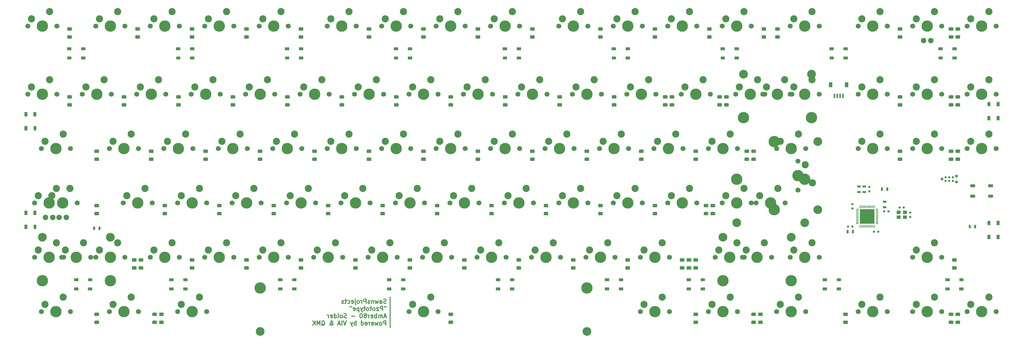
<source format=gbr>
%TF.GenerationSoftware,KiCad,Pcbnew,(5.1.10)-1*%
%TF.CreationDate,2021-12-21T07:20:54+07:00*%
%TF.ProjectId,solder,736f6c64-6572-42e6-9b69-6361645f7063,rev?*%
%TF.SameCoordinates,Original*%
%TF.FileFunction,Soldermask,Bot*%
%TF.FilePolarity,Negative*%
%FSLAX46Y46*%
G04 Gerber Fmt 4.6, Leading zero omitted, Abs format (unit mm)*
G04 Created by KiCad (PCBNEW (5.1.10)-1) date 2021-12-21 07:20:54*
%MOMM*%
%LPD*%
G01*
G04 APERTURE LIST*
%ADD10C,0.300000*%
%ADD11C,1.750000*%
%ADD12C,2.500000*%
%ADD13C,3.987800*%
%ADD14C,0.990600*%
%ADD15C,0.787400*%
%ADD16R,1.800000X1.100000*%
%ADD17R,0.700000X1.300000*%
%ADD18C,1.905000*%
%ADD19R,1.500000X1.000000*%
%ADD20R,1.000000X1.500000*%
%ADD21C,3.048000*%
%ADD22R,1.400000X1.200000*%
%ADD23R,5.150000X5.150000*%
%ADD24R,1.300000X0.700000*%
%ADD25R,0.600000X1.550000*%
%ADD26R,1.200000X1.800000*%
%ADD27R,0.800000X0.750000*%
%ADD28R,0.750000X0.800000*%
G04 APERTURE END LIST*
D10*
X144081302Y-120897390D02*
X143867017Y-120968819D01*
X143509874Y-120968819D01*
X143367017Y-120897390D01*
X143295588Y-120825962D01*
X143224159Y-120683105D01*
X143224159Y-120540248D01*
X143295588Y-120397390D01*
X143367017Y-120325962D01*
X143509874Y-120254533D01*
X143795588Y-120183105D01*
X143938445Y-120111676D01*
X144009874Y-120040248D01*
X144081302Y-119897390D01*
X144081302Y-119754533D01*
X144009874Y-119611676D01*
X143938445Y-119540248D01*
X143795588Y-119468819D01*
X143438445Y-119468819D01*
X143224159Y-119540248D01*
X141938445Y-120968819D02*
X141938445Y-120183105D01*
X142009874Y-120040248D01*
X142152731Y-119968819D01*
X142438445Y-119968819D01*
X142581302Y-120040248D01*
X141938445Y-120897390D02*
X142081302Y-120968819D01*
X142438445Y-120968819D01*
X142581302Y-120897390D01*
X142652731Y-120754533D01*
X142652731Y-120611676D01*
X142581302Y-120468819D01*
X142438445Y-120397390D01*
X142081302Y-120397390D01*
X141938445Y-120325962D01*
X141367017Y-119968819D02*
X141081302Y-120968819D01*
X140795588Y-120254533D01*
X140509874Y-120968819D01*
X140224159Y-119968819D01*
X139652731Y-119968819D02*
X139652731Y-120968819D01*
X139652731Y-120111676D02*
X139581302Y-120040248D01*
X139438445Y-119968819D01*
X139224159Y-119968819D01*
X139081302Y-120040248D01*
X139009874Y-120183105D01*
X139009874Y-120968819D01*
X138367017Y-120897390D02*
X138224159Y-120968819D01*
X137938445Y-120968819D01*
X137795588Y-120897390D01*
X137724159Y-120754533D01*
X137724159Y-120683105D01*
X137795588Y-120540248D01*
X137938445Y-120468819D01*
X138152731Y-120468819D01*
X138295588Y-120397390D01*
X138367017Y-120254533D01*
X138367017Y-120183105D01*
X138295588Y-120040248D01*
X138152731Y-119968819D01*
X137938445Y-119968819D01*
X137795588Y-120040248D01*
X137081302Y-120968819D02*
X137081302Y-119468819D01*
X136509874Y-119468819D01*
X136367017Y-119540248D01*
X136295588Y-119611676D01*
X136224159Y-119754533D01*
X136224159Y-119968819D01*
X136295588Y-120111676D01*
X136367017Y-120183105D01*
X136509874Y-120254533D01*
X137081302Y-120254533D01*
X135581302Y-120968819D02*
X135581302Y-119968819D01*
X135581302Y-120254533D02*
X135509874Y-120111676D01*
X135438445Y-120040248D01*
X135295588Y-119968819D01*
X135152731Y-119968819D01*
X134438445Y-120968819D02*
X134581302Y-120897390D01*
X134652731Y-120825962D01*
X134724159Y-120683105D01*
X134724159Y-120254533D01*
X134652731Y-120111676D01*
X134581302Y-120040248D01*
X134438445Y-119968819D01*
X134224159Y-119968819D01*
X134081302Y-120040248D01*
X134009874Y-120111676D01*
X133938445Y-120254533D01*
X133938445Y-120683105D01*
X134009874Y-120825962D01*
X134081302Y-120897390D01*
X134224159Y-120968819D01*
X134438445Y-120968819D01*
X133295588Y-119968819D02*
X133295588Y-121254533D01*
X133367017Y-121397390D01*
X133509874Y-121468819D01*
X133581302Y-121468819D01*
X133295588Y-119468819D02*
X133367017Y-119540248D01*
X133295588Y-119611676D01*
X133224159Y-119540248D01*
X133295588Y-119468819D01*
X133295588Y-119611676D01*
X132009874Y-120897390D02*
X132152731Y-120968819D01*
X132438445Y-120968819D01*
X132581302Y-120897390D01*
X132652731Y-120754533D01*
X132652731Y-120183105D01*
X132581302Y-120040248D01*
X132438445Y-119968819D01*
X132152731Y-119968819D01*
X132009874Y-120040248D01*
X131938445Y-120183105D01*
X131938445Y-120325962D01*
X132652731Y-120468819D01*
X130652731Y-120897390D02*
X130795588Y-120968819D01*
X131081302Y-120968819D01*
X131224159Y-120897390D01*
X131295588Y-120825962D01*
X131367017Y-120683105D01*
X131367017Y-120254533D01*
X131295588Y-120111676D01*
X131224159Y-120040248D01*
X131081302Y-119968819D01*
X130795588Y-119968819D01*
X130652731Y-120040248D01*
X130224159Y-119968819D02*
X129652731Y-119968819D01*
X130009874Y-119468819D02*
X130009874Y-120754533D01*
X129938445Y-120897390D01*
X129795588Y-120968819D01*
X129652731Y-120968819D01*
X129224159Y-120897390D02*
X129081302Y-120968819D01*
X128795588Y-120968819D01*
X128652731Y-120897390D01*
X128581302Y-120754533D01*
X128581302Y-120683105D01*
X128652731Y-120540248D01*
X128795588Y-120468819D01*
X129009874Y-120468819D01*
X129152731Y-120397390D01*
X129224159Y-120254533D01*
X129224159Y-120183105D01*
X129152731Y-120040248D01*
X129009874Y-119968819D01*
X128795588Y-119968819D01*
X128652731Y-120040248D01*
X144081302Y-122018819D02*
X144081302Y-122304533D01*
X143509874Y-122018819D02*
X143509874Y-122304533D01*
X142867017Y-123518819D02*
X142867017Y-122018819D01*
X142295588Y-122018819D01*
X142152731Y-122090248D01*
X142081302Y-122161676D01*
X142009874Y-122304533D01*
X142009874Y-122518819D01*
X142081302Y-122661676D01*
X142152731Y-122733105D01*
X142295588Y-122804533D01*
X142867017Y-122804533D01*
X141509874Y-122518819D02*
X140724159Y-122518819D01*
X141509874Y-123518819D01*
X140724159Y-123518819D01*
X139938445Y-123518819D02*
X140081302Y-123447390D01*
X140152731Y-123375962D01*
X140224159Y-123233105D01*
X140224159Y-122804533D01*
X140152731Y-122661676D01*
X140081302Y-122590248D01*
X139938445Y-122518819D01*
X139724159Y-122518819D01*
X139581302Y-122590248D01*
X139509874Y-122661676D01*
X139438445Y-122804533D01*
X139438445Y-123233105D01*
X139509874Y-123375962D01*
X139581302Y-123447390D01*
X139724159Y-123518819D01*
X139938445Y-123518819D01*
X139009874Y-122518819D02*
X138438445Y-122518819D01*
X138795588Y-122018819D02*
X138795588Y-123304533D01*
X138724159Y-123447390D01*
X138581302Y-123518819D01*
X138438445Y-123518819D01*
X137724159Y-123518819D02*
X137867017Y-123447390D01*
X137938445Y-123375962D01*
X138009874Y-123233105D01*
X138009874Y-122804533D01*
X137938445Y-122661676D01*
X137867017Y-122590248D01*
X137724159Y-122518819D01*
X137509874Y-122518819D01*
X137367017Y-122590248D01*
X137295588Y-122661676D01*
X137224159Y-122804533D01*
X137224159Y-123233105D01*
X137295588Y-123375962D01*
X137367017Y-123447390D01*
X137509874Y-123518819D01*
X137724159Y-123518819D01*
X136795588Y-122518819D02*
X136224159Y-122518819D01*
X136581302Y-122018819D02*
X136581302Y-123304533D01*
X136509874Y-123447390D01*
X136367017Y-123518819D01*
X136224159Y-123518819D01*
X135867017Y-122518819D02*
X135509874Y-123518819D01*
X135152731Y-122518819D02*
X135509874Y-123518819D01*
X135652731Y-123875962D01*
X135724159Y-123947390D01*
X135867017Y-124018819D01*
X134581302Y-122518819D02*
X134581302Y-124018819D01*
X134581302Y-122590248D02*
X134438445Y-122518819D01*
X134152731Y-122518819D01*
X134009874Y-122590248D01*
X133938445Y-122661676D01*
X133867017Y-122804533D01*
X133867017Y-123233105D01*
X133938445Y-123375962D01*
X134009874Y-123447390D01*
X134152731Y-123518819D01*
X134438445Y-123518819D01*
X134581302Y-123447390D01*
X132652731Y-123447390D02*
X132795588Y-123518819D01*
X133081302Y-123518819D01*
X133224159Y-123447390D01*
X133295588Y-123304533D01*
X133295588Y-122733105D01*
X133224159Y-122590248D01*
X133081302Y-122518819D01*
X132795588Y-122518819D01*
X132652731Y-122590248D01*
X132581302Y-122733105D01*
X132581302Y-122875962D01*
X133295588Y-123018819D01*
X132009874Y-122018819D02*
X132009874Y-122304533D01*
X131438445Y-122018819D02*
X131438445Y-122304533D01*
X144081302Y-125640248D02*
X143367017Y-125640248D01*
X144224159Y-126068819D02*
X143724159Y-124568819D01*
X143224159Y-126068819D01*
X142724159Y-126068819D02*
X142724159Y-125068819D01*
X142724159Y-125211676D02*
X142652731Y-125140248D01*
X142509874Y-125068819D01*
X142295588Y-125068819D01*
X142152731Y-125140248D01*
X142081302Y-125283105D01*
X142081302Y-126068819D01*
X142081302Y-125283105D02*
X142009874Y-125140248D01*
X141867017Y-125068819D01*
X141652731Y-125068819D01*
X141509874Y-125140248D01*
X141438445Y-125283105D01*
X141438445Y-126068819D01*
X140724159Y-126068819D02*
X140724159Y-124568819D01*
X140724159Y-125140248D02*
X140581302Y-125068819D01*
X140295588Y-125068819D01*
X140152731Y-125140248D01*
X140081302Y-125211676D01*
X140009874Y-125354533D01*
X140009874Y-125783105D01*
X140081302Y-125925962D01*
X140152731Y-125997390D01*
X140295588Y-126068819D01*
X140581302Y-126068819D01*
X140724159Y-125997390D01*
X138795588Y-125997390D02*
X138938445Y-126068819D01*
X139224159Y-126068819D01*
X139367017Y-125997390D01*
X139438445Y-125854533D01*
X139438445Y-125283105D01*
X139367017Y-125140248D01*
X139224159Y-125068819D01*
X138938445Y-125068819D01*
X138795588Y-125140248D01*
X138724159Y-125283105D01*
X138724159Y-125425962D01*
X139438445Y-125568819D01*
X138081302Y-126068819D02*
X138081302Y-125068819D01*
X138081302Y-125354533D02*
X138009874Y-125211676D01*
X137938445Y-125140248D01*
X137795588Y-125068819D01*
X137652731Y-125068819D01*
X136938445Y-125211676D02*
X137081302Y-125140248D01*
X137152731Y-125068819D01*
X137224159Y-124925962D01*
X137224159Y-124854533D01*
X137152731Y-124711676D01*
X137081302Y-124640248D01*
X136938445Y-124568819D01*
X136652731Y-124568819D01*
X136509874Y-124640248D01*
X136438445Y-124711676D01*
X136367017Y-124854533D01*
X136367017Y-124925962D01*
X136438445Y-125068819D01*
X136509874Y-125140248D01*
X136652731Y-125211676D01*
X136938445Y-125211676D01*
X137081302Y-125283105D01*
X137152731Y-125354533D01*
X137224159Y-125497390D01*
X137224159Y-125783105D01*
X137152731Y-125925962D01*
X137081302Y-125997390D01*
X136938445Y-126068819D01*
X136652731Y-126068819D01*
X136509874Y-125997390D01*
X136438445Y-125925962D01*
X136367017Y-125783105D01*
X136367017Y-125497390D01*
X136438445Y-125354533D01*
X136509874Y-125283105D01*
X136652731Y-125211676D01*
X135438445Y-124568819D02*
X135295588Y-124568819D01*
X135152731Y-124640248D01*
X135081302Y-124711676D01*
X135009874Y-124854533D01*
X134938445Y-125140248D01*
X134938445Y-125497390D01*
X135009874Y-125783105D01*
X135081302Y-125925962D01*
X135152731Y-125997390D01*
X135295588Y-126068819D01*
X135438445Y-126068819D01*
X135581302Y-125997390D01*
X135652731Y-125925962D01*
X135724159Y-125783105D01*
X135795588Y-125497390D01*
X135795588Y-125140248D01*
X135724159Y-124854533D01*
X135652731Y-124711676D01*
X135581302Y-124640248D01*
X135438445Y-124568819D01*
X133152731Y-125497390D02*
X132009874Y-125497390D01*
X130224159Y-125997390D02*
X130009874Y-126068819D01*
X129652731Y-126068819D01*
X129509874Y-125997390D01*
X129438445Y-125925962D01*
X129367017Y-125783105D01*
X129367017Y-125640248D01*
X129438445Y-125497390D01*
X129509874Y-125425962D01*
X129652731Y-125354533D01*
X129938445Y-125283105D01*
X130081302Y-125211676D01*
X130152731Y-125140248D01*
X130224159Y-124997390D01*
X130224159Y-124854533D01*
X130152731Y-124711676D01*
X130081302Y-124640248D01*
X129938445Y-124568819D01*
X129581302Y-124568819D01*
X129367017Y-124640248D01*
X128509874Y-126068819D02*
X128652731Y-125997390D01*
X128724159Y-125925962D01*
X128795588Y-125783105D01*
X128795588Y-125354533D01*
X128724159Y-125211676D01*
X128652731Y-125140248D01*
X128509874Y-125068819D01*
X128295588Y-125068819D01*
X128152731Y-125140248D01*
X128081302Y-125211676D01*
X128009874Y-125354533D01*
X128009874Y-125783105D01*
X128081302Y-125925962D01*
X128152731Y-125997390D01*
X128295588Y-126068819D01*
X128509874Y-126068819D01*
X127152731Y-126068819D02*
X127295588Y-125997390D01*
X127367017Y-125854533D01*
X127367017Y-124568819D01*
X125938445Y-126068819D02*
X125938445Y-124568819D01*
X125938445Y-125997390D02*
X126081302Y-126068819D01*
X126367017Y-126068819D01*
X126509874Y-125997390D01*
X126581302Y-125925962D01*
X126652731Y-125783105D01*
X126652731Y-125354533D01*
X126581302Y-125211676D01*
X126509874Y-125140248D01*
X126367017Y-125068819D01*
X126081302Y-125068819D01*
X125938445Y-125140248D01*
X124652731Y-125997390D02*
X124795588Y-126068819D01*
X125081302Y-126068819D01*
X125224159Y-125997390D01*
X125295588Y-125854533D01*
X125295588Y-125283105D01*
X125224159Y-125140248D01*
X125081302Y-125068819D01*
X124795588Y-125068819D01*
X124652731Y-125140248D01*
X124581302Y-125283105D01*
X124581302Y-125425962D01*
X125295588Y-125568819D01*
X123938445Y-126068819D02*
X123938445Y-125068819D01*
X123938445Y-125354533D02*
X123867017Y-125211676D01*
X123795588Y-125140248D01*
X123652731Y-125068819D01*
X123509874Y-125068819D01*
X144009874Y-128618819D02*
X144009874Y-127118819D01*
X143438445Y-127118819D01*
X143295588Y-127190248D01*
X143224159Y-127261676D01*
X143152731Y-127404533D01*
X143152731Y-127618819D01*
X143224159Y-127761676D01*
X143295588Y-127833105D01*
X143438445Y-127904533D01*
X144009874Y-127904533D01*
X142295588Y-128618819D02*
X142438445Y-128547390D01*
X142509874Y-128475962D01*
X142581302Y-128333105D01*
X142581302Y-127904533D01*
X142509874Y-127761676D01*
X142438445Y-127690248D01*
X142295588Y-127618819D01*
X142081302Y-127618819D01*
X141938445Y-127690248D01*
X141867017Y-127761676D01*
X141795588Y-127904533D01*
X141795588Y-128333105D01*
X141867017Y-128475962D01*
X141938445Y-128547390D01*
X142081302Y-128618819D01*
X142295588Y-128618819D01*
X141295588Y-127618819D02*
X141009874Y-128618819D01*
X140724159Y-127904533D01*
X140438445Y-128618819D01*
X140152731Y-127618819D01*
X139009874Y-128547390D02*
X139152731Y-128618819D01*
X139438445Y-128618819D01*
X139581302Y-128547390D01*
X139652731Y-128404533D01*
X139652731Y-127833105D01*
X139581302Y-127690248D01*
X139438445Y-127618819D01*
X139152731Y-127618819D01*
X139009874Y-127690248D01*
X138938445Y-127833105D01*
X138938445Y-127975962D01*
X139652731Y-128118819D01*
X138295588Y-128618819D02*
X138295588Y-127618819D01*
X138295588Y-127904533D02*
X138224159Y-127761676D01*
X138152731Y-127690248D01*
X138009874Y-127618819D01*
X137867017Y-127618819D01*
X136795588Y-128547390D02*
X136938445Y-128618819D01*
X137224159Y-128618819D01*
X137367017Y-128547390D01*
X137438445Y-128404533D01*
X137438445Y-127833105D01*
X137367017Y-127690248D01*
X137224159Y-127618819D01*
X136938445Y-127618819D01*
X136795588Y-127690248D01*
X136724159Y-127833105D01*
X136724159Y-127975962D01*
X137438445Y-128118819D01*
X135438445Y-128618819D02*
X135438445Y-127118819D01*
X135438445Y-128547390D02*
X135581302Y-128618819D01*
X135867017Y-128618819D01*
X136009874Y-128547390D01*
X136081302Y-128475962D01*
X136152731Y-128333105D01*
X136152731Y-127904533D01*
X136081302Y-127761676D01*
X136009874Y-127690248D01*
X135867017Y-127618819D01*
X135581302Y-127618819D01*
X135438445Y-127690248D01*
X133581302Y-128618819D02*
X133581302Y-127118819D01*
X133581302Y-127690248D02*
X133438445Y-127618819D01*
X133152731Y-127618819D01*
X133009874Y-127690248D01*
X132938445Y-127761676D01*
X132867017Y-127904533D01*
X132867017Y-128333105D01*
X132938445Y-128475962D01*
X133009874Y-128547390D01*
X133152731Y-128618819D01*
X133438445Y-128618819D01*
X133581302Y-128547390D01*
X132367017Y-127618819D02*
X132009874Y-128618819D01*
X131652731Y-127618819D02*
X132009874Y-128618819D01*
X132152731Y-128975962D01*
X132224159Y-129047390D01*
X132367017Y-129118819D01*
X130152731Y-127118819D02*
X129652731Y-128618819D01*
X129152731Y-127118819D01*
X128652731Y-128618819D02*
X128652731Y-127118819D01*
X128009874Y-128190248D02*
X127295588Y-128190248D01*
X128152731Y-128618819D02*
X127652731Y-127118819D01*
X127152731Y-128618819D01*
X124295588Y-128618819D02*
X124367017Y-128618819D01*
X124509874Y-128547390D01*
X124724159Y-128333105D01*
X125081302Y-127904533D01*
X125224159Y-127690248D01*
X125295588Y-127475962D01*
X125295588Y-127333105D01*
X125224159Y-127190248D01*
X125081302Y-127118819D01*
X125009874Y-127118819D01*
X124867017Y-127190248D01*
X124795588Y-127333105D01*
X124795588Y-127404533D01*
X124867017Y-127547390D01*
X124938445Y-127618819D01*
X125367017Y-127904533D01*
X125438445Y-127975962D01*
X125509874Y-128118819D01*
X125509874Y-128333105D01*
X125438445Y-128475962D01*
X125367017Y-128547390D01*
X125224159Y-128618819D01*
X125009874Y-128618819D01*
X124867017Y-128547390D01*
X124795588Y-128475962D01*
X124581302Y-128190248D01*
X124509874Y-127975962D01*
X124509874Y-127833105D01*
X121509874Y-128761676D02*
X121652731Y-128690248D01*
X121795588Y-128547390D01*
X122009874Y-128333105D01*
X122152731Y-128261676D01*
X122295588Y-128261676D01*
X122224159Y-128618819D02*
X122367017Y-128547390D01*
X122509874Y-128404533D01*
X122581302Y-128118819D01*
X122581302Y-127618819D01*
X122509874Y-127333105D01*
X122367017Y-127190248D01*
X122224159Y-127118819D01*
X121938445Y-127118819D01*
X121795588Y-127190248D01*
X121652731Y-127333105D01*
X121581302Y-127618819D01*
X121581302Y-128118819D01*
X121652731Y-128404533D01*
X121795588Y-128547390D01*
X121938445Y-128618819D01*
X122224159Y-128618819D01*
X120938445Y-128618819D02*
X120938445Y-127118819D01*
X120438445Y-128190248D01*
X119938445Y-127118819D01*
X119938445Y-128618819D01*
X119224159Y-128618819D02*
X119224159Y-127118819D01*
X118367017Y-128618819D02*
X119009874Y-127761676D01*
X118367017Y-127118819D02*
X119224159Y-127975962D01*
X145530779Y-118757422D02*
X145530779Y-129473074D01*
D11*
%TO.C,MX28*%
X76517500Y-66675000D03*
D12*
X67627500Y-64135000D03*
D11*
X66357500Y-66675000D03*
D13*
X71437500Y-66675000D03*
D12*
X73977500Y-61595000D03*
%TD*%
D14*
%TO.C,U4*%
X343654349Y-78406690D03*
X343654349Y-76374690D03*
X338574349Y-77390690D03*
D15*
X339844349Y-76755690D03*
X339844349Y-78025690D03*
X341114349Y-76755690D03*
X341114349Y-78025690D03*
X342384349Y-76755690D03*
X342384349Y-78025690D03*
%TD*%
D16*
%TO.C,SW1*%
X349325296Y-79707881D03*
X355525296Y-83407881D03*
X349325296Y-83407881D03*
X355525296Y-79707881D03*
%TD*%
D17*
%TO.C,R9*%
X41912536Y-94654767D03*
X43812536Y-94654767D03*
%TD*%
D18*
%TO.C,D115*%
X29686250Y-90805000D03*
X32226250Y-90805000D03*
%TD*%
%TO.C,D114*%
X27463772Y-90805072D03*
X24923772Y-90805072D03*
%TD*%
D17*
%TO.C,R8*%
X319442455Y-80962568D03*
X317542455Y-80962568D03*
%TD*%
D18*
%TO.C,D113*%
X332105000Y-28892500D03*
X334645000Y-28892500D03*
%TD*%
D19*
%TO.C,D112*%
X68987656Y-115900096D03*
X68987656Y-112700096D03*
X73887656Y-115900096D03*
G36*
G01*
X73137656Y-112950096D02*
X73137656Y-112450096D01*
G75*
G02*
X73387656Y-112200096I250000J0D01*
G01*
X74387656Y-112200096D01*
G75*
G02*
X74637656Y-112450096I0J-250000D01*
G01*
X74637656Y-112950096D01*
G75*
G02*
X74387656Y-113200096I-250000J0D01*
G01*
X73387656Y-113200096D01*
G75*
G02*
X73137656Y-112950096I0J250000D01*
G01*
G37*
%TD*%
%TO.C,D111*%
X107087656Y-115900096D03*
X107087656Y-112700096D03*
X111987656Y-115900096D03*
G36*
G01*
X111237656Y-112950096D02*
X111237656Y-112450096D01*
G75*
G02*
X111487656Y-112200096I250000J0D01*
G01*
X112487656Y-112200096D01*
G75*
G02*
X112737656Y-112450096I0J-250000D01*
G01*
X112737656Y-112950096D01*
G75*
G02*
X112487656Y-113200096I-250000J0D01*
G01*
X111487656Y-113200096D01*
G75*
G02*
X111237656Y-112950096I0J250000D01*
G01*
G37*
%TD*%
%TO.C,D110*%
X145187656Y-115900096D03*
X145187656Y-112700096D03*
X150087656Y-115900096D03*
G36*
G01*
X149337656Y-112950096D02*
X149337656Y-112450096D01*
G75*
G02*
X149587656Y-112200096I250000J0D01*
G01*
X150587656Y-112200096D01*
G75*
G02*
X150837656Y-112450096I0J-250000D01*
G01*
X150837656Y-112950096D01*
G75*
G02*
X150587656Y-113200096I-250000J0D01*
G01*
X149587656Y-113200096D01*
G75*
G02*
X149337656Y-112950096I0J250000D01*
G01*
G37*
%TD*%
%TO.C,D109*%
X183287656Y-115900096D03*
X183287656Y-112700096D03*
X188187656Y-115900096D03*
G36*
G01*
X187437656Y-112950096D02*
X187437656Y-112450096D01*
G75*
G02*
X187687656Y-112200096I250000J0D01*
G01*
X188687656Y-112200096D01*
G75*
G02*
X188937656Y-112450096I0J-250000D01*
G01*
X188937656Y-112950096D01*
G75*
G02*
X188687656Y-113200096I-250000J0D01*
G01*
X187687656Y-113200096D01*
G75*
G02*
X187437656Y-112950096I0J250000D01*
G01*
G37*
%TD*%
%TO.C,D107*%
X221387688Y-115900096D03*
X221387688Y-112700096D03*
X226287688Y-115900096D03*
G36*
G01*
X225537688Y-112950096D02*
X225537688Y-112450096D01*
G75*
G02*
X225787688Y-112200096I250000J0D01*
G01*
X226787688Y-112200096D01*
G75*
G02*
X227037688Y-112450096I0J-250000D01*
G01*
X227037688Y-112950096D01*
G75*
G02*
X226787688Y-113200096I-250000J0D01*
G01*
X225787688Y-113200096D01*
G75*
G02*
X225537688Y-112950096I0J250000D01*
G01*
G37*
%TD*%
%TO.C,D106*%
X249962712Y-115900096D03*
X249962712Y-112700096D03*
X254862712Y-115900096D03*
G36*
G01*
X254112712Y-112950096D02*
X254112712Y-112450096D01*
G75*
G02*
X254362712Y-112200096I250000J0D01*
G01*
X255362712Y-112200096D01*
G75*
G02*
X255612712Y-112450096I0J-250000D01*
G01*
X255612712Y-112950096D01*
G75*
G02*
X255362712Y-113200096I-250000J0D01*
G01*
X254362712Y-113200096D01*
G75*
G02*
X254112712Y-112950096I0J250000D01*
G01*
G37*
%TD*%
%TO.C,D100*%
X297587752Y-115900096D03*
X297587752Y-112700096D03*
X302487752Y-115900096D03*
G36*
G01*
X301737752Y-112950096D02*
X301737752Y-112450096D01*
G75*
G02*
X301987752Y-112200096I250000J0D01*
G01*
X302987752Y-112200096D01*
G75*
G02*
X303237752Y-112450096I0J-250000D01*
G01*
X303237752Y-112950096D01*
G75*
G02*
X302987752Y-113200096I-250000J0D01*
G01*
X301987752Y-113200096D01*
G75*
G02*
X301737752Y-112950096I0J250000D01*
G01*
G37*
%TD*%
%TO.C,D99*%
X340450288Y-115900096D03*
X340450288Y-112700096D03*
X345350288Y-115900096D03*
G36*
G01*
X344600288Y-112950096D02*
X344600288Y-112450096D01*
G75*
G02*
X344850288Y-112200096I250000J0D01*
G01*
X345850288Y-112200096D01*
G75*
G02*
X346100288Y-112450096I0J-250000D01*
G01*
X346100288Y-112950096D01*
G75*
G02*
X345850288Y-113200096I-250000J0D01*
G01*
X344850288Y-113200096D01*
G75*
G02*
X344600288Y-112950096I0J250000D01*
G01*
G37*
%TD*%
D20*
%TO.C,D95*%
X358192487Y-97700080D03*
X354992487Y-97700080D03*
X358192487Y-92800080D03*
G36*
G01*
X355242487Y-93550080D02*
X354742487Y-93550080D01*
G75*
G02*
X354492487Y-93300080I0J250000D01*
G01*
X354492487Y-92300080D01*
G75*
G02*
X354742487Y-92050080I250000J0D01*
G01*
X355242487Y-92050080D01*
G75*
G02*
X355492487Y-92300080I0J-250000D01*
G01*
X355492487Y-93300080D01*
G75*
G02*
X355242487Y-93550080I-250000J0D01*
G01*
G37*
%TD*%
D19*
%TO.C,D94*%
X35650032Y-115900096D03*
X35650032Y-112700096D03*
X40550032Y-115900096D03*
G36*
G01*
X39800032Y-112950096D02*
X39800032Y-112450096D01*
G75*
G02*
X40050032Y-112200096I250000J0D01*
G01*
X41050032Y-112200096D01*
G75*
G02*
X41300032Y-112450096I0J-250000D01*
G01*
X41300032Y-112950096D01*
G75*
G02*
X41050032Y-113200096I-250000J0D01*
G01*
X40050032Y-113200096D01*
G75*
G02*
X39800032Y-112950096I0J250000D01*
G01*
G37*
%TD*%
D20*
%TO.C,D89*%
X18045329Y-89228202D03*
X21245329Y-89228202D03*
X18045329Y-94128202D03*
G36*
G01*
X20995329Y-93378202D02*
X21495329Y-93378202D01*
G75*
G02*
X21745329Y-93628202I0J-250000D01*
G01*
X21745329Y-94628202D01*
G75*
G02*
X21495329Y-94878202I-250000J0D01*
G01*
X20995329Y-94878202D01*
G75*
G02*
X20745329Y-94628202I0J250000D01*
G01*
X20745329Y-93628202D01*
G75*
G02*
X20995329Y-93378202I250000J0D01*
G01*
G37*
%TD*%
%TO.C,D88*%
X18045329Y-54700048D03*
X21245329Y-54700048D03*
X18045329Y-59600048D03*
G36*
G01*
X20995329Y-58850048D02*
X21495329Y-58850048D01*
G75*
G02*
X21745329Y-59100048I0J-250000D01*
G01*
X21745329Y-60100048D01*
G75*
G02*
X21495329Y-60350048I-250000J0D01*
G01*
X20995329Y-60350048D01*
G75*
G02*
X20745329Y-60100048I0J250000D01*
G01*
X20745329Y-59100048D01*
G75*
G02*
X20995329Y-58850048I250000J0D01*
G01*
G37*
%TD*%
D19*
%TO.C,D85*%
X38168780Y-31737528D03*
X38168780Y-34937528D03*
X33268780Y-31737528D03*
G36*
G01*
X34018780Y-34687528D02*
X34018780Y-35187528D01*
G75*
G02*
X33768780Y-35437528I-250000J0D01*
G01*
X32768780Y-35437528D01*
G75*
G02*
X32518780Y-35187528I0J250000D01*
G01*
X32518780Y-34687528D01*
G75*
G02*
X32768780Y-34437528I250000J0D01*
G01*
X33768780Y-34437528D01*
G75*
G02*
X34018780Y-34687528I0J-250000D01*
G01*
G37*
%TD*%
%TO.C,D76*%
X76268780Y-31737528D03*
X76268780Y-34937528D03*
X71368780Y-31737528D03*
G36*
G01*
X72118780Y-34687528D02*
X72118780Y-35187528D01*
G75*
G02*
X71868780Y-35437528I-250000J0D01*
G01*
X70868780Y-35437528D01*
G75*
G02*
X70618780Y-35187528I0J250000D01*
G01*
X70618780Y-34687528D01*
G75*
G02*
X70868780Y-34437528I250000J0D01*
G01*
X71868780Y-34437528D01*
G75*
G02*
X72118780Y-34687528I0J-250000D01*
G01*
G37*
%TD*%
%TO.C,D72*%
X114368780Y-31737528D03*
X114368780Y-34937528D03*
X109468780Y-31737528D03*
G36*
G01*
X110218780Y-34687528D02*
X110218780Y-35187528D01*
G75*
G02*
X109968780Y-35437528I-250000J0D01*
G01*
X108968780Y-35437528D01*
G75*
G02*
X108718780Y-35187528I0J250000D01*
G01*
X108718780Y-34687528D01*
G75*
G02*
X108968780Y-34437528I250000J0D01*
G01*
X109968780Y-34437528D01*
G75*
G02*
X110218780Y-34687528I0J-250000D01*
G01*
G37*
%TD*%
%TO.C,D66*%
X152468780Y-31737528D03*
X152468780Y-34937528D03*
X147568780Y-31737528D03*
G36*
G01*
X148318780Y-34687528D02*
X148318780Y-35187528D01*
G75*
G02*
X148068780Y-35437528I-250000J0D01*
G01*
X147068780Y-35437528D01*
G75*
G02*
X146818780Y-35187528I0J250000D01*
G01*
X146818780Y-34687528D01*
G75*
G02*
X147068780Y-34437528I250000J0D01*
G01*
X148068780Y-34437528D01*
G75*
G02*
X148318780Y-34687528I0J-250000D01*
G01*
G37*
%TD*%
%TO.C,D60*%
X190568780Y-31737528D03*
X190568780Y-34937528D03*
X185668780Y-31737528D03*
G36*
G01*
X186418780Y-34687528D02*
X186418780Y-35187528D01*
G75*
G02*
X186168780Y-35437528I-250000J0D01*
G01*
X185168780Y-35437528D01*
G75*
G02*
X184918780Y-35187528I0J250000D01*
G01*
X184918780Y-34687528D01*
G75*
G02*
X185168780Y-34437528I250000J0D01*
G01*
X186168780Y-34437528D01*
G75*
G02*
X186418780Y-34687528I0J-250000D01*
G01*
G37*
%TD*%
%TO.C,D54*%
X228668780Y-31737528D03*
X228668780Y-34937528D03*
X223768780Y-31737528D03*
G36*
G01*
X224518780Y-34687528D02*
X224518780Y-35187528D01*
G75*
G02*
X224268780Y-35437528I-250000J0D01*
G01*
X223268780Y-35437528D01*
G75*
G02*
X223018780Y-35187528I0J250000D01*
G01*
X223018780Y-34687528D01*
G75*
G02*
X223268780Y-34437528I250000J0D01*
G01*
X224268780Y-34437528D01*
G75*
G02*
X224518780Y-34687528I0J-250000D01*
G01*
G37*
%TD*%
%TO.C,D42*%
X266768780Y-31737528D03*
X266768780Y-34937528D03*
X261868780Y-31737528D03*
G36*
G01*
X262618780Y-34687528D02*
X262618780Y-35187528D01*
G75*
G02*
X262368780Y-35437528I-250000J0D01*
G01*
X261368780Y-35437528D01*
G75*
G02*
X261118780Y-35187528I0J250000D01*
G01*
X261118780Y-34687528D01*
G75*
G02*
X261368780Y-34437528I250000J0D01*
G01*
X262368780Y-34437528D01*
G75*
G02*
X262618780Y-34687528I0J-250000D01*
G01*
G37*
%TD*%
%TO.C,D36*%
X304868780Y-31737528D03*
X304868780Y-34937528D03*
X299968780Y-31737528D03*
G36*
G01*
X300718780Y-34687528D02*
X300718780Y-35187528D01*
G75*
G02*
X300468780Y-35437528I-250000J0D01*
G01*
X299468780Y-35437528D01*
G75*
G02*
X299218780Y-35187528I0J250000D01*
G01*
X299218780Y-34687528D01*
G75*
G02*
X299468780Y-34437528I250000J0D01*
G01*
X300468780Y-34437528D01*
G75*
G02*
X300718780Y-34687528I0J-250000D01*
G01*
G37*
%TD*%
%TO.C,D30*%
X342968780Y-31737528D03*
X342968780Y-34937528D03*
X338068780Y-31737528D03*
G36*
G01*
X338818780Y-34687528D02*
X338818780Y-35187528D01*
G75*
G02*
X338568780Y-35437528I-250000J0D01*
G01*
X337568780Y-35437528D01*
G75*
G02*
X337318780Y-35187528I0J250000D01*
G01*
X337318780Y-34687528D01*
G75*
G02*
X337568780Y-34437528I250000J0D01*
G01*
X338568780Y-34437528D01*
G75*
G02*
X338818780Y-34687528I0J-250000D01*
G01*
G37*
%TD*%
%TO.C,D24*%
G36*
G01*
X355242487Y-51878170D02*
X354742487Y-51878170D01*
G75*
G02*
X354492487Y-51628170I0J250000D01*
G01*
X354492487Y-50628170D01*
G75*
G02*
X354742487Y-50378170I250000J0D01*
G01*
X355242487Y-50378170D01*
G75*
G02*
X355492487Y-50628170I0J-250000D01*
G01*
X355492487Y-51628170D01*
G75*
G02*
X355242487Y-51878170I-250000J0D01*
G01*
G37*
D20*
X358192487Y-51128170D03*
X354992487Y-56028170D03*
X358192487Y-56028170D03*
%TD*%
D13*
%TO.C,MX84*%
X278606250Y-85725000D03*
D12*
X281146250Y-80645000D03*
D11*
X273526250Y-85725000D03*
X283686250Y-85725000D03*
D12*
X274796250Y-83185000D03*
D21*
X266700000Y-92710000D03*
X290512500Y-92710000D03*
D13*
X266700000Y-77470000D03*
X290512500Y-77470000D03*
%TD*%
%TO.C,MX56*%
X157162500Y-123825000D03*
D12*
X159702500Y-118745000D03*
D11*
X152082500Y-123825000D03*
X162242500Y-123825000D03*
D12*
X153352500Y-121285000D03*
D21*
X100012500Y-130810000D03*
X214312500Y-130810000D03*
D13*
X100012500Y-115570000D03*
X214312500Y-115570000D03*
%TD*%
D17*
%TO.C,R7*%
X350158105Y-94059454D03*
X348258105Y-94059454D03*
%TD*%
D11*
%TO.C,MX103*%
X357505000Y-23812500D03*
D12*
X348615000Y-21272500D03*
D11*
X347345000Y-23812500D03*
D13*
X352425000Y-23812500D03*
D12*
X354965000Y-18732500D03*
%TD*%
D11*
%TO.C,MX108*%
X357505000Y-123825000D03*
D12*
X348615000Y-121285000D03*
D11*
X347345000Y-123825000D03*
D13*
X352425000Y-123825000D03*
D12*
X354965000Y-118745000D03*
%TD*%
%TO.C,MX76*%
X293211492Y-78740064D03*
D13*
X288131492Y-76200064D03*
D12*
X290671492Y-72390064D03*
D11*
X288131492Y-71120064D03*
X288131492Y-81280064D03*
D21*
X295116492Y-88138064D03*
X295116492Y-64262064D03*
D13*
X279876492Y-88138064D03*
X279876492Y-64262064D03*
%TD*%
D11*
%TO.C,MX79*%
X271780224Y-85725072D03*
D12*
X262890224Y-83185072D03*
D11*
X261620224Y-85725072D03*
D13*
X266700224Y-85725072D03*
D12*
X269240224Y-80645072D03*
%TD*%
D11*
%TO.C,MX71*%
X31273772Y-85725072D03*
D12*
X22383772Y-83185072D03*
D11*
X21113772Y-85725072D03*
D13*
X26193772Y-85725072D03*
D12*
X28733772Y-80645072D03*
%TD*%
%TO.C,D108*%
G36*
G01*
X344650914Y-128206356D02*
X343530914Y-128206356D01*
G75*
G02*
X343290914Y-127966356I0J240000D01*
G01*
X343290914Y-127246356D01*
G75*
G02*
X343530914Y-127006356I240000J0D01*
G01*
X344650914Y-127006356D01*
G75*
G02*
X344890914Y-127246356I0J-240000D01*
G01*
X344890914Y-127966356D01*
G75*
G02*
X344650914Y-128206356I-240000J0D01*
G01*
G37*
G36*
G01*
X344650914Y-125406356D02*
X343530914Y-125406356D01*
G75*
G02*
X343290914Y-125166356I0J240000D01*
G01*
X343290914Y-124446356D01*
G75*
G02*
X343530914Y-124206356I240000J0D01*
G01*
X344650914Y-124206356D01*
G75*
G02*
X344890914Y-124446356I0J-240000D01*
G01*
X344890914Y-125166356D01*
G75*
G02*
X344650914Y-125406356I-240000J0D01*
G01*
G37*
%TD*%
%TO.C,D105*%
G36*
G01*
X344650914Y-71056308D02*
X343530914Y-71056308D01*
G75*
G02*
X343290914Y-70816308I0J240000D01*
G01*
X343290914Y-70096308D01*
G75*
G02*
X343530914Y-69856308I240000J0D01*
G01*
X344650914Y-69856308D01*
G75*
G02*
X344890914Y-70096308I0J-240000D01*
G01*
X344890914Y-70816308D01*
G75*
G02*
X344650914Y-71056308I-240000J0D01*
G01*
G37*
G36*
G01*
X344650914Y-68256308D02*
X343530914Y-68256308D01*
G75*
G02*
X343290914Y-68016308I0J240000D01*
G01*
X343290914Y-67296308D01*
G75*
G02*
X343530914Y-67056308I240000J0D01*
G01*
X344650914Y-67056308D01*
G75*
G02*
X344890914Y-67296308I0J-240000D01*
G01*
X344890914Y-68016308D01*
G75*
G02*
X344650914Y-68256308I-240000J0D01*
G01*
G37*
%TD*%
%TO.C,D104*%
G36*
G01*
X344650914Y-52006292D02*
X343530914Y-52006292D01*
G75*
G02*
X343290914Y-51766292I0J240000D01*
G01*
X343290914Y-51046292D01*
G75*
G02*
X343530914Y-50806292I240000J0D01*
G01*
X344650914Y-50806292D01*
G75*
G02*
X344890914Y-51046292I0J-240000D01*
G01*
X344890914Y-51766292D01*
G75*
G02*
X344650914Y-52006292I-240000J0D01*
G01*
G37*
G36*
G01*
X344650914Y-49206292D02*
X343530914Y-49206292D01*
G75*
G02*
X343290914Y-48966292I0J240000D01*
G01*
X343290914Y-48246292D01*
G75*
G02*
X343530914Y-48006292I240000J0D01*
G01*
X344650914Y-48006292D01*
G75*
G02*
X344890914Y-48246292I0J-240000D01*
G01*
X344890914Y-48966292D01*
G75*
G02*
X344650914Y-49206292I-240000J0D01*
G01*
G37*
%TD*%
%TO.C,D103*%
G36*
G01*
X344650625Y-28193750D02*
X343530625Y-28193750D01*
G75*
G02*
X343290625Y-27953750I0J240000D01*
G01*
X343290625Y-27233750D01*
G75*
G02*
X343530625Y-26993750I240000J0D01*
G01*
X344650625Y-26993750D01*
G75*
G02*
X344890625Y-27233750I0J-240000D01*
G01*
X344890625Y-27953750D01*
G75*
G02*
X344650625Y-28193750I-240000J0D01*
G01*
G37*
G36*
G01*
X344650625Y-25393750D02*
X343530625Y-25393750D01*
G75*
G02*
X343290625Y-25153750I0J240000D01*
G01*
X343290625Y-24433750D01*
G75*
G02*
X343530625Y-24193750I240000J0D01*
G01*
X344650625Y-24193750D01*
G75*
G02*
X344890625Y-24433750I0J-240000D01*
G01*
X344890625Y-25153750D01*
G75*
G02*
X344650625Y-25393750I-240000J0D01*
G01*
G37*
%TD*%
%TO.C,D102*%
G36*
G01*
X342269662Y-128206356D02*
X341149662Y-128206356D01*
G75*
G02*
X340909662Y-127966356I0J240000D01*
G01*
X340909662Y-127246356D01*
G75*
G02*
X341149662Y-127006356I240000J0D01*
G01*
X342269662Y-127006356D01*
G75*
G02*
X342509662Y-127246356I0J-240000D01*
G01*
X342509662Y-127966356D01*
G75*
G02*
X342269662Y-128206356I-240000J0D01*
G01*
G37*
G36*
G01*
X342269662Y-125406356D02*
X341149662Y-125406356D01*
G75*
G02*
X340909662Y-125166356I0J240000D01*
G01*
X340909662Y-124446356D01*
G75*
G02*
X341149662Y-124206356I240000J0D01*
G01*
X342269662Y-124206356D01*
G75*
G02*
X342509662Y-124446356I0J-240000D01*
G01*
X342509662Y-125166356D01*
G75*
G02*
X342269662Y-125406356I-240000J0D01*
G01*
G37*
%TD*%
%TO.C,D101*%
G36*
G01*
X343460288Y-109156340D02*
X342340288Y-109156340D01*
G75*
G02*
X342100288Y-108916340I0J240000D01*
G01*
X342100288Y-108196340D01*
G75*
G02*
X342340288Y-107956340I240000J0D01*
G01*
X343460288Y-107956340D01*
G75*
G02*
X343700288Y-108196340I0J-240000D01*
G01*
X343700288Y-108916340D01*
G75*
G02*
X343460288Y-109156340I-240000J0D01*
G01*
G37*
G36*
G01*
X343460288Y-106356340D02*
X342340288Y-106356340D01*
G75*
G02*
X342100288Y-106116340I0J240000D01*
G01*
X342100288Y-105396340D01*
G75*
G02*
X342340288Y-105156340I240000J0D01*
G01*
X343460288Y-105156340D01*
G75*
G02*
X343700288Y-105396340I0J-240000D01*
G01*
X343700288Y-106116340D01*
G75*
G02*
X343460288Y-106356340I-240000J0D01*
G01*
G37*
%TD*%
%TO.C,D98*%
G36*
G01*
X342269662Y-52006292D02*
X341149662Y-52006292D01*
G75*
G02*
X340909662Y-51766292I0J240000D01*
G01*
X340909662Y-51046292D01*
G75*
G02*
X341149662Y-50806292I240000J0D01*
G01*
X342269662Y-50806292D01*
G75*
G02*
X342509662Y-51046292I0J-240000D01*
G01*
X342509662Y-51766292D01*
G75*
G02*
X342269662Y-52006292I-240000J0D01*
G01*
G37*
G36*
G01*
X342269662Y-49206292D02*
X341149662Y-49206292D01*
G75*
G02*
X340909662Y-48966292I0J240000D01*
G01*
X340909662Y-48246292D01*
G75*
G02*
X341149662Y-48006292I240000J0D01*
G01*
X342269662Y-48006292D01*
G75*
G02*
X342509662Y-48246292I0J-240000D01*
G01*
X342509662Y-48966292D01*
G75*
G02*
X342269662Y-49206292I-240000J0D01*
G01*
G37*
%TD*%
%TO.C,D97*%
G36*
G01*
X342269375Y-28193750D02*
X341149375Y-28193750D01*
G75*
G02*
X340909375Y-27953750I0J240000D01*
G01*
X340909375Y-27233750D01*
G75*
G02*
X341149375Y-26993750I240000J0D01*
G01*
X342269375Y-26993750D01*
G75*
G02*
X342509375Y-27233750I0J-240000D01*
G01*
X342509375Y-27953750D01*
G75*
G02*
X342269375Y-28193750I-240000J0D01*
G01*
G37*
G36*
G01*
X342269375Y-25393750D02*
X341149375Y-25393750D01*
G75*
G02*
X340909375Y-25153750I0J240000D01*
G01*
X340909375Y-24433750D01*
G75*
G02*
X341149375Y-24193750I240000J0D01*
G01*
X342269375Y-24193750D01*
G75*
G02*
X342509375Y-24433750I0J-240000D01*
G01*
X342509375Y-25153750D01*
G75*
G02*
X342269375Y-25393750I-240000J0D01*
G01*
G37*
%TD*%
%TO.C,D96*%
G36*
G01*
X305360256Y-128206356D02*
X304240256Y-128206356D01*
G75*
G02*
X304000256Y-127966356I0J240000D01*
G01*
X304000256Y-127246356D01*
G75*
G02*
X304240256Y-127006356I240000J0D01*
G01*
X305360256Y-127006356D01*
G75*
G02*
X305600256Y-127246356I0J-240000D01*
G01*
X305600256Y-127966356D01*
G75*
G02*
X305360256Y-128206356I-240000J0D01*
G01*
G37*
G36*
G01*
X305360256Y-125406356D02*
X304240256Y-125406356D01*
G75*
G02*
X304000256Y-125166356I0J240000D01*
G01*
X304000256Y-124446356D01*
G75*
G02*
X304240256Y-124206356I240000J0D01*
G01*
X305360256Y-124206356D01*
G75*
G02*
X305600256Y-124446356I0J-240000D01*
G01*
X305600256Y-125166356D01*
G75*
G02*
X305360256Y-125406356I-240000J0D01*
G01*
G37*
%TD*%
%TO.C,D93*%
G36*
G01*
X324410272Y-71056308D02*
X323290272Y-71056308D01*
G75*
G02*
X323050272Y-70816308I0J240000D01*
G01*
X323050272Y-70096308D01*
G75*
G02*
X323290272Y-69856308I240000J0D01*
G01*
X324410272Y-69856308D01*
G75*
G02*
X324650272Y-70096308I0J-240000D01*
G01*
X324650272Y-70816308D01*
G75*
G02*
X324410272Y-71056308I-240000J0D01*
G01*
G37*
G36*
G01*
X324410272Y-68256308D02*
X323290272Y-68256308D01*
G75*
G02*
X323050272Y-68016308I0J240000D01*
G01*
X323050272Y-67296308D01*
G75*
G02*
X323290272Y-67056308I240000J0D01*
G01*
X324410272Y-67056308D01*
G75*
G02*
X324650272Y-67296308I0J-240000D01*
G01*
X324650272Y-68016308D01*
G75*
G02*
X324410272Y-68256308I-240000J0D01*
G01*
G37*
%TD*%
%TO.C,D92*%
G36*
G01*
X324410272Y-52006292D02*
X323290272Y-52006292D01*
G75*
G02*
X323050272Y-51766292I0J240000D01*
G01*
X323050272Y-51046292D01*
G75*
G02*
X323290272Y-50806292I240000J0D01*
G01*
X324410272Y-50806292D01*
G75*
G02*
X324650272Y-51046292I0J-240000D01*
G01*
X324650272Y-51766292D01*
G75*
G02*
X324410272Y-52006292I-240000J0D01*
G01*
G37*
G36*
G01*
X324410272Y-49206292D02*
X323290272Y-49206292D01*
G75*
G02*
X323050272Y-48966292I0J240000D01*
G01*
X323050272Y-48246292D01*
G75*
G02*
X323290272Y-48006292I240000J0D01*
G01*
X324410272Y-48006292D01*
G75*
G02*
X324650272Y-48246292I0J-240000D01*
G01*
X324650272Y-48966292D01*
G75*
G02*
X324410272Y-49206292I-240000J0D01*
G01*
G37*
%TD*%
%TO.C,D91*%
G36*
G01*
X324410000Y-28193750D02*
X323290000Y-28193750D01*
G75*
G02*
X323050000Y-27953750I0J240000D01*
G01*
X323050000Y-27233750D01*
G75*
G02*
X323290000Y-26993750I240000J0D01*
G01*
X324410000Y-26993750D01*
G75*
G02*
X324650000Y-27233750I0J-240000D01*
G01*
X324650000Y-27953750D01*
G75*
G02*
X324410000Y-28193750I-240000J0D01*
G01*
G37*
G36*
G01*
X324410000Y-25393750D02*
X323290000Y-25393750D01*
G75*
G02*
X323050000Y-25153750I0J240000D01*
G01*
X323050000Y-24433750D01*
G75*
G02*
X323290000Y-24193750I240000J0D01*
G01*
X324410000Y-24193750D01*
G75*
G02*
X324650000Y-24433750I0J-240000D01*
G01*
X324650000Y-25153750D01*
G75*
G02*
X324410000Y-25393750I-240000J0D01*
G01*
G37*
%TD*%
%TO.C,D90*%
G36*
G01*
X275594606Y-128206356D02*
X274474606Y-128206356D01*
G75*
G02*
X274234606Y-127966356I0J240000D01*
G01*
X274234606Y-127246356D01*
G75*
G02*
X274474606Y-127006356I240000J0D01*
G01*
X275594606Y-127006356D01*
G75*
G02*
X275834606Y-127246356I0J-240000D01*
G01*
X275834606Y-127966356D01*
G75*
G02*
X275594606Y-128206356I-240000J0D01*
G01*
G37*
G36*
G01*
X275594606Y-125406356D02*
X274474606Y-125406356D01*
G75*
G02*
X274234606Y-125166356I0J240000D01*
G01*
X274234606Y-124446356D01*
G75*
G02*
X274474606Y-124206356I240000J0D01*
G01*
X275594606Y-124206356D01*
G75*
G02*
X275834606Y-124446356I0J-240000D01*
G01*
X275834606Y-125166356D01*
G75*
G02*
X275594606Y-125406356I-240000J0D01*
G01*
G37*
%TD*%
%TO.C,D87*%
G36*
G01*
X342269662Y-71056308D02*
X341149662Y-71056308D01*
G75*
G02*
X340909662Y-70816308I0J240000D01*
G01*
X340909662Y-70096308D01*
G75*
G02*
X341149662Y-69856308I240000J0D01*
G01*
X342269662Y-69856308D01*
G75*
G02*
X342509662Y-70096308I0J-240000D01*
G01*
X342509662Y-70816308D01*
G75*
G02*
X342269662Y-71056308I-240000J0D01*
G01*
G37*
G36*
G01*
X342269662Y-68256308D02*
X341149662Y-68256308D01*
G75*
G02*
X340909662Y-68016308I0J240000D01*
G01*
X340909662Y-67296308D01*
G75*
G02*
X341149662Y-67056308I240000J0D01*
G01*
X342269662Y-67056308D01*
G75*
G02*
X342509662Y-67296308I0J-240000D01*
G01*
X342509662Y-68016308D01*
G75*
G02*
X342269662Y-68256308I-240000J0D01*
G01*
G37*
%TD*%
%TO.C,D86*%
G36*
G01*
X263688346Y-52006292D02*
X262568346Y-52006292D01*
G75*
G02*
X262328346Y-51766292I0J240000D01*
G01*
X262328346Y-51046292D01*
G75*
G02*
X262568346Y-50806292I240000J0D01*
G01*
X263688346Y-50806292D01*
G75*
G02*
X263928346Y-51046292I0J-240000D01*
G01*
X263928346Y-51766292D01*
G75*
G02*
X263688346Y-52006292I-240000J0D01*
G01*
G37*
G36*
G01*
X263688346Y-49206292D02*
X262568346Y-49206292D01*
G75*
G02*
X262328346Y-48966292I0J240000D01*
G01*
X262328346Y-48246292D01*
G75*
G02*
X262568346Y-48006292I240000J0D01*
G01*
X263688346Y-48006292D01*
G75*
G02*
X263928346Y-48246292I0J-240000D01*
G01*
X263928346Y-48966292D01*
G75*
G02*
X263688346Y-49206292I-240000J0D01*
G01*
G37*
%TD*%
%TO.C,D84*%
G36*
G01*
X273213354Y-128206356D02*
X272093354Y-128206356D01*
G75*
G02*
X271853354Y-127966356I0J240000D01*
G01*
X271853354Y-127246356D01*
G75*
G02*
X272093354Y-127006356I240000J0D01*
G01*
X273213354Y-127006356D01*
G75*
G02*
X273453354Y-127246356I0J-240000D01*
G01*
X273453354Y-127966356D01*
G75*
G02*
X273213354Y-128206356I-240000J0D01*
G01*
G37*
G36*
G01*
X273213354Y-125406356D02*
X272093354Y-125406356D01*
G75*
G02*
X271853354Y-125166356I0J240000D01*
G01*
X271853354Y-124446356D01*
G75*
G02*
X272093354Y-124206356I240000J0D01*
G01*
X273213354Y-124206356D01*
G75*
G02*
X273453354Y-124446356I0J-240000D01*
G01*
X273453354Y-125166356D01*
G75*
G02*
X273213354Y-125406356I-240000J0D01*
G01*
G37*
%TD*%
%TO.C,D83*%
G36*
G01*
X252972712Y-109156340D02*
X251852712Y-109156340D01*
G75*
G02*
X251612712Y-108916340I0J240000D01*
G01*
X251612712Y-108196340D01*
G75*
G02*
X251852712Y-107956340I240000J0D01*
G01*
X252972712Y-107956340D01*
G75*
G02*
X253212712Y-108196340I0J-240000D01*
G01*
X253212712Y-108916340D01*
G75*
G02*
X252972712Y-109156340I-240000J0D01*
G01*
G37*
G36*
G01*
X252972712Y-106356340D02*
X251852712Y-106356340D01*
G75*
G02*
X251612712Y-106116340I0J240000D01*
G01*
X251612712Y-105396340D01*
G75*
G02*
X251852712Y-105156340I240000J0D01*
G01*
X252972712Y-105156340D01*
G75*
G02*
X253212712Y-105396340I0J-240000D01*
G01*
X253212712Y-106116340D01*
G75*
G02*
X252972712Y-106356340I-240000J0D01*
G01*
G37*
%TD*%
%TO.C,D82*%
G36*
G01*
X258925842Y-90106324D02*
X257805842Y-90106324D01*
G75*
G02*
X257565842Y-89866324I0J240000D01*
G01*
X257565842Y-89146324D01*
G75*
G02*
X257805842Y-88906324I240000J0D01*
G01*
X258925842Y-88906324D01*
G75*
G02*
X259165842Y-89146324I0J-240000D01*
G01*
X259165842Y-89866324D01*
G75*
G02*
X258925842Y-90106324I-240000J0D01*
G01*
G37*
G36*
G01*
X258925842Y-87306324D02*
X257805842Y-87306324D01*
G75*
G02*
X257565842Y-87066324I0J240000D01*
G01*
X257565842Y-86346324D01*
G75*
G02*
X257805842Y-86106324I240000J0D01*
G01*
X258925842Y-86106324D01*
G75*
G02*
X259165842Y-86346324I0J-240000D01*
G01*
X259165842Y-87066324D01*
G75*
G02*
X258925842Y-87306324I-240000J0D01*
G01*
G37*
%TD*%
%TO.C,D81*%
G36*
G01*
X273213354Y-71056308D02*
X272093354Y-71056308D01*
G75*
G02*
X271853354Y-70816308I0J240000D01*
G01*
X271853354Y-70096308D01*
G75*
G02*
X272093354Y-69856308I240000J0D01*
G01*
X273213354Y-69856308D01*
G75*
G02*
X273453354Y-70096308I0J-240000D01*
G01*
X273453354Y-70816308D01*
G75*
G02*
X273213354Y-71056308I-240000J0D01*
G01*
G37*
G36*
G01*
X273213354Y-68256308D02*
X272093354Y-68256308D01*
G75*
G02*
X271853354Y-68016308I0J240000D01*
G01*
X271853354Y-67296308D01*
G75*
G02*
X272093354Y-67056308I240000J0D01*
G01*
X273213354Y-67056308D01*
G75*
G02*
X273453354Y-67296308I0J-240000D01*
G01*
X273453354Y-68016308D01*
G75*
G02*
X273213354Y-68256308I-240000J0D01*
G01*
G37*
%TD*%
%TO.C,D80*%
G36*
G01*
X261307094Y-52006292D02*
X260187094Y-52006292D01*
G75*
G02*
X259947094Y-51766292I0J240000D01*
G01*
X259947094Y-51046292D01*
G75*
G02*
X260187094Y-50806292I240000J0D01*
G01*
X261307094Y-50806292D01*
G75*
G02*
X261547094Y-51046292I0J-240000D01*
G01*
X261547094Y-51766292D01*
G75*
G02*
X261307094Y-52006292I-240000J0D01*
G01*
G37*
G36*
G01*
X261307094Y-49206292D02*
X260187094Y-49206292D01*
G75*
G02*
X259947094Y-48966292I0J240000D01*
G01*
X259947094Y-48246292D01*
G75*
G02*
X260187094Y-48006292I240000J0D01*
G01*
X261307094Y-48006292D01*
G75*
G02*
X261547094Y-48246292I0J-240000D01*
G01*
X261547094Y-48966292D01*
G75*
G02*
X261307094Y-49206292I-240000J0D01*
G01*
G37*
%TD*%
%TO.C,D79*%
G36*
G01*
X281547500Y-28193750D02*
X280427500Y-28193750D01*
G75*
G02*
X280187500Y-27953750I0J240000D01*
G01*
X280187500Y-27233750D01*
G75*
G02*
X280427500Y-26993750I240000J0D01*
G01*
X281547500Y-26993750D01*
G75*
G02*
X281787500Y-27233750I0J-240000D01*
G01*
X281787500Y-27953750D01*
G75*
G02*
X281547500Y-28193750I-240000J0D01*
G01*
G37*
G36*
G01*
X281547500Y-25393750D02*
X280427500Y-25393750D01*
G75*
G02*
X280187500Y-25153750I0J240000D01*
G01*
X280187500Y-24433750D01*
G75*
G02*
X280427500Y-24193750I240000J0D01*
G01*
X281547500Y-24193750D01*
G75*
G02*
X281787500Y-24433750I0J-240000D01*
G01*
X281787500Y-25153750D01*
G75*
G02*
X281547500Y-25393750I-240000J0D01*
G01*
G37*
%TD*%
%TO.C,D78*%
G36*
G01*
X252972712Y-128206356D02*
X251852712Y-128206356D01*
G75*
G02*
X251612712Y-127966356I0J240000D01*
G01*
X251612712Y-127246356D01*
G75*
G02*
X251852712Y-127006356I240000J0D01*
G01*
X252972712Y-127006356D01*
G75*
G02*
X253212712Y-127246356I0J-240000D01*
G01*
X253212712Y-127966356D01*
G75*
G02*
X252972712Y-128206356I-240000J0D01*
G01*
G37*
G36*
G01*
X252972712Y-125406356D02*
X251852712Y-125406356D01*
G75*
G02*
X251612712Y-125166356I0J240000D01*
G01*
X251612712Y-124446356D01*
G75*
G02*
X251852712Y-124206356I240000J0D01*
G01*
X252972712Y-124206356D01*
G75*
G02*
X253212712Y-124446356I0J-240000D01*
G01*
X253212712Y-125166356D01*
G75*
G02*
X252972712Y-125406356I-240000J0D01*
G01*
G37*
%TD*%
%TO.C,D77*%
G36*
G01*
X250591460Y-109156340D02*
X249471460Y-109156340D01*
G75*
G02*
X249231460Y-108916340I0J240000D01*
G01*
X249231460Y-108196340D01*
G75*
G02*
X249471460Y-107956340I240000J0D01*
G01*
X250591460Y-107956340D01*
G75*
G02*
X250831460Y-108196340I0J-240000D01*
G01*
X250831460Y-108916340D01*
G75*
G02*
X250591460Y-109156340I-240000J0D01*
G01*
G37*
G36*
G01*
X250591460Y-106356340D02*
X249471460Y-106356340D01*
G75*
G02*
X249231460Y-106116340I0J240000D01*
G01*
X249231460Y-105396340D01*
G75*
G02*
X249471460Y-105156340I240000J0D01*
G01*
X250591460Y-105156340D01*
G75*
G02*
X250831460Y-105396340I0J-240000D01*
G01*
X250831460Y-106116340D01*
G75*
G02*
X250591460Y-106356340I-240000J0D01*
G01*
G37*
%TD*%
%TO.C,D75*%
G36*
G01*
X270832102Y-71056308D02*
X269712102Y-71056308D01*
G75*
G02*
X269472102Y-70816308I0J240000D01*
G01*
X269472102Y-70096308D01*
G75*
G02*
X269712102Y-69856308I240000J0D01*
G01*
X270832102Y-69856308D01*
G75*
G02*
X271072102Y-70096308I0J-240000D01*
G01*
X271072102Y-70816308D01*
G75*
G02*
X270832102Y-71056308I-240000J0D01*
G01*
G37*
G36*
G01*
X270832102Y-68256308D02*
X269712102Y-68256308D01*
G75*
G02*
X269472102Y-68016308I0J240000D01*
G01*
X269472102Y-67296308D01*
G75*
G02*
X269712102Y-67056308I240000J0D01*
G01*
X270832102Y-67056308D01*
G75*
G02*
X271072102Y-67296308I0J-240000D01*
G01*
X271072102Y-68016308D01*
G75*
G02*
X270832102Y-68256308I-240000J0D01*
G01*
G37*
%TD*%
%TO.C,D74*%
G36*
G01*
X244638330Y-52006292D02*
X243518330Y-52006292D01*
G75*
G02*
X243278330Y-51766292I0J240000D01*
G01*
X243278330Y-51046292D01*
G75*
G02*
X243518330Y-50806292I240000J0D01*
G01*
X244638330Y-50806292D01*
G75*
G02*
X244878330Y-51046292I0J-240000D01*
G01*
X244878330Y-51766292D01*
G75*
G02*
X244638330Y-52006292I-240000J0D01*
G01*
G37*
G36*
G01*
X244638330Y-49206292D02*
X243518330Y-49206292D01*
G75*
G02*
X243278330Y-48966292I0J240000D01*
G01*
X243278330Y-48246292D01*
G75*
G02*
X243518330Y-48006292I240000J0D01*
G01*
X244638330Y-48006292D01*
G75*
G02*
X244878330Y-48246292I0J-240000D01*
G01*
X244878330Y-48966292D01*
G75*
G02*
X244638330Y-49206292I-240000J0D01*
G01*
G37*
%TD*%
%TO.C,D73*%
G36*
G01*
X276785000Y-28193750D02*
X275665000Y-28193750D01*
G75*
G02*
X275425000Y-27953750I0J240000D01*
G01*
X275425000Y-27233750D01*
G75*
G02*
X275665000Y-26993750I240000J0D01*
G01*
X276785000Y-26993750D01*
G75*
G02*
X277025000Y-27233750I0J-240000D01*
G01*
X277025000Y-27953750D01*
G75*
G02*
X276785000Y-28193750I-240000J0D01*
G01*
G37*
G36*
G01*
X276785000Y-25393750D02*
X275665000Y-25393750D01*
G75*
G02*
X275425000Y-25153750I0J240000D01*
G01*
X275425000Y-24433750D01*
G75*
G02*
X275665000Y-24193750I240000J0D01*
G01*
X276785000Y-24193750D01*
G75*
G02*
X277025000Y-24433750I0J-240000D01*
G01*
X277025000Y-25153750D01*
G75*
G02*
X276785000Y-25393750I-240000J0D01*
G01*
G37*
%TD*%
%TO.C,D71*%
G36*
G01*
X248210208Y-109156340D02*
X247090208Y-109156340D01*
G75*
G02*
X246850208Y-108916340I0J240000D01*
G01*
X246850208Y-108196340D01*
G75*
G02*
X247090208Y-107956340I240000J0D01*
G01*
X248210208Y-107956340D01*
G75*
G02*
X248450208Y-108196340I0J-240000D01*
G01*
X248450208Y-108916340D01*
G75*
G02*
X248210208Y-109156340I-240000J0D01*
G01*
G37*
G36*
G01*
X248210208Y-106356340D02*
X247090208Y-106356340D01*
G75*
G02*
X246850208Y-106116340I0J240000D01*
G01*
X246850208Y-105396340D01*
G75*
G02*
X247090208Y-105156340I240000J0D01*
G01*
X248210208Y-105156340D01*
G75*
G02*
X248450208Y-105396340I0J-240000D01*
G01*
X248450208Y-106116340D01*
G75*
G02*
X248210208Y-106356340I-240000J0D01*
G01*
G37*
%TD*%
%TO.C,D70*%
G36*
G01*
X256544590Y-90106324D02*
X255424590Y-90106324D01*
G75*
G02*
X255184590Y-89866324I0J240000D01*
G01*
X255184590Y-89146324D01*
G75*
G02*
X255424590Y-88906324I240000J0D01*
G01*
X256544590Y-88906324D01*
G75*
G02*
X256784590Y-89146324I0J-240000D01*
G01*
X256784590Y-89866324D01*
G75*
G02*
X256544590Y-90106324I-240000J0D01*
G01*
G37*
G36*
G01*
X256544590Y-87306324D02*
X255424590Y-87306324D01*
G75*
G02*
X255184590Y-87066324I0J240000D01*
G01*
X255184590Y-86346324D01*
G75*
G02*
X255424590Y-86106324I240000J0D01*
G01*
X256544590Y-86106324D01*
G75*
G02*
X256784590Y-86346324I0J-240000D01*
G01*
X256784590Y-87066324D01*
G75*
G02*
X256544590Y-87306324I-240000J0D01*
G01*
G37*
%TD*%
%TO.C,D69*%
G36*
G01*
X252972712Y-71056308D02*
X251852712Y-71056308D01*
G75*
G02*
X251612712Y-70816308I0J240000D01*
G01*
X251612712Y-70096308D01*
G75*
G02*
X251852712Y-69856308I240000J0D01*
G01*
X252972712Y-69856308D01*
G75*
G02*
X253212712Y-70096308I0J-240000D01*
G01*
X253212712Y-70816308D01*
G75*
G02*
X252972712Y-71056308I-240000J0D01*
G01*
G37*
G36*
G01*
X252972712Y-68256308D02*
X251852712Y-68256308D01*
G75*
G02*
X251612712Y-68016308I0J240000D01*
G01*
X251612712Y-67296308D01*
G75*
G02*
X251852712Y-67056308I240000J0D01*
G01*
X252972712Y-67056308D01*
G75*
G02*
X253212712Y-67296308I0J-240000D01*
G01*
X253212712Y-68016308D01*
G75*
G02*
X252972712Y-68256308I-240000J0D01*
G01*
G37*
%TD*%
%TO.C,D68*%
G36*
G01*
X242257078Y-52006292D02*
X241137078Y-52006292D01*
G75*
G02*
X240897078Y-51766292I0J240000D01*
G01*
X240897078Y-51046292D01*
G75*
G02*
X241137078Y-50806292I240000J0D01*
G01*
X242257078Y-50806292D01*
G75*
G02*
X242497078Y-51046292I0J-240000D01*
G01*
X242497078Y-51766292D01*
G75*
G02*
X242257078Y-52006292I-240000J0D01*
G01*
G37*
G36*
G01*
X242257078Y-49206292D02*
X241137078Y-49206292D01*
G75*
G02*
X240897078Y-48966292I0J240000D01*
G01*
X240897078Y-48246292D01*
G75*
G02*
X241137078Y-48006292I240000J0D01*
G01*
X242257078Y-48006292D01*
G75*
G02*
X242497078Y-48246292I0J-240000D01*
G01*
X242497078Y-48966292D01*
G75*
G02*
X242257078Y-49206292I-240000J0D01*
G01*
G37*
%TD*%
%TO.C,D67*%
G36*
G01*
X257735000Y-28193750D02*
X256615000Y-28193750D01*
G75*
G02*
X256375000Y-27953750I0J240000D01*
G01*
X256375000Y-27233750D01*
G75*
G02*
X256615000Y-26993750I240000J0D01*
G01*
X257735000Y-26993750D01*
G75*
G02*
X257975000Y-27233750I0J-240000D01*
G01*
X257975000Y-27953750D01*
G75*
G02*
X257735000Y-28193750I-240000J0D01*
G01*
G37*
G36*
G01*
X257735000Y-25393750D02*
X256615000Y-25393750D01*
G75*
G02*
X256375000Y-25153750I0J240000D01*
G01*
X256375000Y-24433750D01*
G75*
G02*
X256615000Y-24193750I240000J0D01*
G01*
X257735000Y-24193750D01*
G75*
G02*
X257975000Y-24433750I0J-240000D01*
G01*
X257975000Y-25153750D01*
G75*
G02*
X257735000Y-25393750I-240000J0D01*
G01*
G37*
%TD*%
%TO.C,D65*%
G36*
G01*
X229160192Y-109156340D02*
X228040192Y-109156340D01*
G75*
G02*
X227800192Y-108916340I0J240000D01*
G01*
X227800192Y-108196340D01*
G75*
G02*
X228040192Y-107956340I240000J0D01*
G01*
X229160192Y-107956340D01*
G75*
G02*
X229400192Y-108196340I0J-240000D01*
G01*
X229400192Y-108916340D01*
G75*
G02*
X229160192Y-109156340I-240000J0D01*
G01*
G37*
G36*
G01*
X229160192Y-106356340D02*
X228040192Y-106356340D01*
G75*
G02*
X227800192Y-106116340I0J240000D01*
G01*
X227800192Y-105396340D01*
G75*
G02*
X228040192Y-105156340I240000J0D01*
G01*
X229160192Y-105156340D01*
G75*
G02*
X229400192Y-105396340I0J-240000D01*
G01*
X229400192Y-106116340D01*
G75*
G02*
X229160192Y-106356340I-240000J0D01*
G01*
G37*
%TD*%
%TO.C,D64*%
G36*
G01*
X238685200Y-90106324D02*
X237565200Y-90106324D01*
G75*
G02*
X237325200Y-89866324I0J240000D01*
G01*
X237325200Y-89146324D01*
G75*
G02*
X237565200Y-88906324I240000J0D01*
G01*
X238685200Y-88906324D01*
G75*
G02*
X238925200Y-89146324I0J-240000D01*
G01*
X238925200Y-89866324D01*
G75*
G02*
X238685200Y-90106324I-240000J0D01*
G01*
G37*
G36*
G01*
X238685200Y-87306324D02*
X237565200Y-87306324D01*
G75*
G02*
X237325200Y-87066324I0J240000D01*
G01*
X237325200Y-86346324D01*
G75*
G02*
X237565200Y-86106324I240000J0D01*
G01*
X238685200Y-86106324D01*
G75*
G02*
X238925200Y-86346324I0J-240000D01*
G01*
X238925200Y-87066324D01*
G75*
G02*
X238685200Y-87306324I-240000J0D01*
G01*
G37*
%TD*%
%TO.C,D63*%
G36*
G01*
X233922696Y-71056308D02*
X232802696Y-71056308D01*
G75*
G02*
X232562696Y-70816308I0J240000D01*
G01*
X232562696Y-70096308D01*
G75*
G02*
X232802696Y-69856308I240000J0D01*
G01*
X233922696Y-69856308D01*
G75*
G02*
X234162696Y-70096308I0J-240000D01*
G01*
X234162696Y-70816308D01*
G75*
G02*
X233922696Y-71056308I-240000J0D01*
G01*
G37*
G36*
G01*
X233922696Y-68256308D02*
X232802696Y-68256308D01*
G75*
G02*
X232562696Y-68016308I0J240000D01*
G01*
X232562696Y-67296308D01*
G75*
G02*
X232802696Y-67056308I240000J0D01*
G01*
X233922696Y-67056308D01*
G75*
G02*
X234162696Y-67296308I0J-240000D01*
G01*
X234162696Y-68016308D01*
G75*
G02*
X233922696Y-68256308I-240000J0D01*
G01*
G37*
%TD*%
%TO.C,D62*%
G36*
G01*
X224397688Y-52006292D02*
X223277688Y-52006292D01*
G75*
G02*
X223037688Y-51766292I0J240000D01*
G01*
X223037688Y-51046292D01*
G75*
G02*
X223277688Y-50806292I240000J0D01*
G01*
X224397688Y-50806292D01*
G75*
G02*
X224637688Y-51046292I0J-240000D01*
G01*
X224637688Y-51766292D01*
G75*
G02*
X224397688Y-52006292I-240000J0D01*
G01*
G37*
G36*
G01*
X224397688Y-49206292D02*
X223277688Y-49206292D01*
G75*
G02*
X223037688Y-48966292I0J240000D01*
G01*
X223037688Y-48246292D01*
G75*
G02*
X223277688Y-48006292I240000J0D01*
G01*
X224397688Y-48006292D01*
G75*
G02*
X224637688Y-48246292I0J-240000D01*
G01*
X224637688Y-48966292D01*
G75*
G02*
X224397688Y-49206292I-240000J0D01*
G01*
G37*
%TD*%
%TO.C,D61*%
G36*
G01*
X238685000Y-28193750D02*
X237565000Y-28193750D01*
G75*
G02*
X237325000Y-27953750I0J240000D01*
G01*
X237325000Y-27233750D01*
G75*
G02*
X237565000Y-26993750I240000J0D01*
G01*
X238685000Y-26993750D01*
G75*
G02*
X238925000Y-27233750I0J-240000D01*
G01*
X238925000Y-27953750D01*
G75*
G02*
X238685000Y-28193750I-240000J0D01*
G01*
G37*
G36*
G01*
X238685000Y-25393750D02*
X237565000Y-25393750D01*
G75*
G02*
X237325000Y-25153750I0J240000D01*
G01*
X237325000Y-24433750D01*
G75*
G02*
X237565000Y-24193750I240000J0D01*
G01*
X238685000Y-24193750D01*
G75*
G02*
X238925000Y-24433750I0J-240000D01*
G01*
X238925000Y-25153750D01*
G75*
G02*
X238685000Y-25393750I-240000J0D01*
G01*
G37*
%TD*%
%TO.C,D59*%
G36*
G01*
X210110176Y-109156340D02*
X208990176Y-109156340D01*
G75*
G02*
X208750176Y-108916340I0J240000D01*
G01*
X208750176Y-108196340D01*
G75*
G02*
X208990176Y-107956340I240000J0D01*
G01*
X210110176Y-107956340D01*
G75*
G02*
X210350176Y-108196340I0J-240000D01*
G01*
X210350176Y-108916340D01*
G75*
G02*
X210110176Y-109156340I-240000J0D01*
G01*
G37*
G36*
G01*
X210110176Y-106356340D02*
X208990176Y-106356340D01*
G75*
G02*
X208750176Y-106116340I0J240000D01*
G01*
X208750176Y-105396340D01*
G75*
G02*
X208990176Y-105156340I240000J0D01*
G01*
X210110176Y-105156340D01*
G75*
G02*
X210350176Y-105396340I0J-240000D01*
G01*
X210350176Y-106116340D01*
G75*
G02*
X210110176Y-106356340I-240000J0D01*
G01*
G37*
%TD*%
%TO.C,D58*%
G36*
G01*
X219635184Y-90106324D02*
X218515184Y-90106324D01*
G75*
G02*
X218275184Y-89866324I0J240000D01*
G01*
X218275184Y-89146324D01*
G75*
G02*
X218515184Y-88906324I240000J0D01*
G01*
X219635184Y-88906324D01*
G75*
G02*
X219875184Y-89146324I0J-240000D01*
G01*
X219875184Y-89866324D01*
G75*
G02*
X219635184Y-90106324I-240000J0D01*
G01*
G37*
G36*
G01*
X219635184Y-87306324D02*
X218515184Y-87306324D01*
G75*
G02*
X218275184Y-87066324I0J240000D01*
G01*
X218275184Y-86346324D01*
G75*
G02*
X218515184Y-86106324I240000J0D01*
G01*
X219635184Y-86106324D01*
G75*
G02*
X219875184Y-86346324I0J-240000D01*
G01*
X219875184Y-87066324D01*
G75*
G02*
X219635184Y-87306324I-240000J0D01*
G01*
G37*
%TD*%
%TO.C,D57*%
G36*
G01*
X214872680Y-71056308D02*
X213752680Y-71056308D01*
G75*
G02*
X213512680Y-70816308I0J240000D01*
G01*
X213512680Y-70096308D01*
G75*
G02*
X213752680Y-69856308I240000J0D01*
G01*
X214872680Y-69856308D01*
G75*
G02*
X215112680Y-70096308I0J-240000D01*
G01*
X215112680Y-70816308D01*
G75*
G02*
X214872680Y-71056308I-240000J0D01*
G01*
G37*
G36*
G01*
X214872680Y-68256308D02*
X213752680Y-68256308D01*
G75*
G02*
X213512680Y-68016308I0J240000D01*
G01*
X213512680Y-67296308D01*
G75*
G02*
X213752680Y-67056308I240000J0D01*
G01*
X214872680Y-67056308D01*
G75*
G02*
X215112680Y-67296308I0J-240000D01*
G01*
X215112680Y-68016308D01*
G75*
G02*
X214872680Y-68256308I-240000J0D01*
G01*
G37*
%TD*%
%TO.C,D56*%
G36*
G01*
X205347672Y-52006292D02*
X204227672Y-52006292D01*
G75*
G02*
X203987672Y-51766292I0J240000D01*
G01*
X203987672Y-51046292D01*
G75*
G02*
X204227672Y-50806292I240000J0D01*
G01*
X205347672Y-50806292D01*
G75*
G02*
X205587672Y-51046292I0J-240000D01*
G01*
X205587672Y-51766292D01*
G75*
G02*
X205347672Y-52006292I-240000J0D01*
G01*
G37*
G36*
G01*
X205347672Y-49206292D02*
X204227672Y-49206292D01*
G75*
G02*
X203987672Y-48966292I0J240000D01*
G01*
X203987672Y-48246292D01*
G75*
G02*
X204227672Y-48006292I240000J0D01*
G01*
X205347672Y-48006292D01*
G75*
G02*
X205587672Y-48246292I0J-240000D01*
G01*
X205587672Y-48966292D01*
G75*
G02*
X205347672Y-49206292I-240000J0D01*
G01*
G37*
%TD*%
%TO.C,D55*%
G36*
G01*
X219635000Y-28193750D02*
X218515000Y-28193750D01*
G75*
G02*
X218275000Y-27953750I0J240000D01*
G01*
X218275000Y-27233750D01*
G75*
G02*
X218515000Y-26993750I240000J0D01*
G01*
X219635000Y-26993750D01*
G75*
G02*
X219875000Y-27233750I0J-240000D01*
G01*
X219875000Y-27953750D01*
G75*
G02*
X219635000Y-28193750I-240000J0D01*
G01*
G37*
G36*
G01*
X219635000Y-25393750D02*
X218515000Y-25393750D01*
G75*
G02*
X218275000Y-25153750I0J240000D01*
G01*
X218275000Y-24433750D01*
G75*
G02*
X218515000Y-24193750I240000J0D01*
G01*
X219635000Y-24193750D01*
G75*
G02*
X219875000Y-24433750I0J-240000D01*
G01*
X219875000Y-25153750D01*
G75*
G02*
X219635000Y-25393750I-240000J0D01*
G01*
G37*
%TD*%
%TO.C,D53*%
G36*
G01*
X191060160Y-109156340D02*
X189940160Y-109156340D01*
G75*
G02*
X189700160Y-108916340I0J240000D01*
G01*
X189700160Y-108196340D01*
G75*
G02*
X189940160Y-107956340I240000J0D01*
G01*
X191060160Y-107956340D01*
G75*
G02*
X191300160Y-108196340I0J-240000D01*
G01*
X191300160Y-108916340D01*
G75*
G02*
X191060160Y-109156340I-240000J0D01*
G01*
G37*
G36*
G01*
X191060160Y-106356340D02*
X189940160Y-106356340D01*
G75*
G02*
X189700160Y-106116340I0J240000D01*
G01*
X189700160Y-105396340D01*
G75*
G02*
X189940160Y-105156340I240000J0D01*
G01*
X191060160Y-105156340D01*
G75*
G02*
X191300160Y-105396340I0J-240000D01*
G01*
X191300160Y-106116340D01*
G75*
G02*
X191060160Y-106356340I-240000J0D01*
G01*
G37*
%TD*%
%TO.C,D52*%
G36*
G01*
X200585168Y-90106324D02*
X199465168Y-90106324D01*
G75*
G02*
X199225168Y-89866324I0J240000D01*
G01*
X199225168Y-89146324D01*
G75*
G02*
X199465168Y-88906324I240000J0D01*
G01*
X200585168Y-88906324D01*
G75*
G02*
X200825168Y-89146324I0J-240000D01*
G01*
X200825168Y-89866324D01*
G75*
G02*
X200585168Y-90106324I-240000J0D01*
G01*
G37*
G36*
G01*
X200585168Y-87306324D02*
X199465168Y-87306324D01*
G75*
G02*
X199225168Y-87066324I0J240000D01*
G01*
X199225168Y-86346324D01*
G75*
G02*
X199465168Y-86106324I240000J0D01*
G01*
X200585168Y-86106324D01*
G75*
G02*
X200825168Y-86346324I0J-240000D01*
G01*
X200825168Y-87066324D01*
G75*
G02*
X200585168Y-87306324I-240000J0D01*
G01*
G37*
%TD*%
%TO.C,D51*%
G36*
G01*
X195822664Y-71056308D02*
X194702664Y-71056308D01*
G75*
G02*
X194462664Y-70816308I0J240000D01*
G01*
X194462664Y-70096308D01*
G75*
G02*
X194702664Y-69856308I240000J0D01*
G01*
X195822664Y-69856308D01*
G75*
G02*
X196062664Y-70096308I0J-240000D01*
G01*
X196062664Y-70816308D01*
G75*
G02*
X195822664Y-71056308I-240000J0D01*
G01*
G37*
G36*
G01*
X195822664Y-68256308D02*
X194702664Y-68256308D01*
G75*
G02*
X194462664Y-68016308I0J240000D01*
G01*
X194462664Y-67296308D01*
G75*
G02*
X194702664Y-67056308I240000J0D01*
G01*
X195822664Y-67056308D01*
G75*
G02*
X196062664Y-67296308I0J-240000D01*
G01*
X196062664Y-68016308D01*
G75*
G02*
X195822664Y-68256308I-240000J0D01*
G01*
G37*
%TD*%
%TO.C,D50*%
G36*
G01*
X186297656Y-52006292D02*
X185177656Y-52006292D01*
G75*
G02*
X184937656Y-51766292I0J240000D01*
G01*
X184937656Y-51046292D01*
G75*
G02*
X185177656Y-50806292I240000J0D01*
G01*
X186297656Y-50806292D01*
G75*
G02*
X186537656Y-51046292I0J-240000D01*
G01*
X186537656Y-51766292D01*
G75*
G02*
X186297656Y-52006292I-240000J0D01*
G01*
G37*
G36*
G01*
X186297656Y-49206292D02*
X185177656Y-49206292D01*
G75*
G02*
X184937656Y-48966292I0J240000D01*
G01*
X184937656Y-48246292D01*
G75*
G02*
X185177656Y-48006292I240000J0D01*
G01*
X186297656Y-48006292D01*
G75*
G02*
X186537656Y-48246292I0J-240000D01*
G01*
X186537656Y-48966292D01*
G75*
G02*
X186297656Y-49206292I-240000J0D01*
G01*
G37*
%TD*%
%TO.C,D49*%
G36*
G01*
X195822500Y-28193750D02*
X194702500Y-28193750D01*
G75*
G02*
X194462500Y-27953750I0J240000D01*
G01*
X194462500Y-27233750D01*
G75*
G02*
X194702500Y-26993750I240000J0D01*
G01*
X195822500Y-26993750D01*
G75*
G02*
X196062500Y-27233750I0J-240000D01*
G01*
X196062500Y-27953750D01*
G75*
G02*
X195822500Y-28193750I-240000J0D01*
G01*
G37*
G36*
G01*
X195822500Y-25393750D02*
X194702500Y-25393750D01*
G75*
G02*
X194462500Y-25153750I0J240000D01*
G01*
X194462500Y-24433750D01*
G75*
G02*
X194702500Y-24193750I240000J0D01*
G01*
X195822500Y-24193750D01*
G75*
G02*
X196062500Y-24433750I0J-240000D01*
G01*
X196062500Y-25153750D01*
G75*
G02*
X195822500Y-25393750I-240000J0D01*
G01*
G37*
%TD*%
%TO.C,D48*%
G36*
G01*
X167247640Y-128206356D02*
X166127640Y-128206356D01*
G75*
G02*
X165887640Y-127966356I0J240000D01*
G01*
X165887640Y-127246356D01*
G75*
G02*
X166127640Y-127006356I240000J0D01*
G01*
X167247640Y-127006356D01*
G75*
G02*
X167487640Y-127246356I0J-240000D01*
G01*
X167487640Y-127966356D01*
G75*
G02*
X167247640Y-128206356I-240000J0D01*
G01*
G37*
G36*
G01*
X167247640Y-125406356D02*
X166127640Y-125406356D01*
G75*
G02*
X165887640Y-125166356I0J240000D01*
G01*
X165887640Y-124446356D01*
G75*
G02*
X166127640Y-124206356I240000J0D01*
G01*
X167247640Y-124206356D01*
G75*
G02*
X167487640Y-124446356I0J-240000D01*
G01*
X167487640Y-125166356D01*
G75*
G02*
X167247640Y-125406356I-240000J0D01*
G01*
G37*
%TD*%
%TO.C,D47*%
G36*
G01*
X172010144Y-109156340D02*
X170890144Y-109156340D01*
G75*
G02*
X170650144Y-108916340I0J240000D01*
G01*
X170650144Y-108196340D01*
G75*
G02*
X170890144Y-107956340I240000J0D01*
G01*
X172010144Y-107956340D01*
G75*
G02*
X172250144Y-108196340I0J-240000D01*
G01*
X172250144Y-108916340D01*
G75*
G02*
X172010144Y-109156340I-240000J0D01*
G01*
G37*
G36*
G01*
X172010144Y-106356340D02*
X170890144Y-106356340D01*
G75*
G02*
X170650144Y-106116340I0J240000D01*
G01*
X170650144Y-105396340D01*
G75*
G02*
X170890144Y-105156340I240000J0D01*
G01*
X172010144Y-105156340D01*
G75*
G02*
X172250144Y-105396340I0J-240000D01*
G01*
X172250144Y-106116340D01*
G75*
G02*
X172010144Y-106356340I-240000J0D01*
G01*
G37*
%TD*%
%TO.C,D46*%
G36*
G01*
X181535152Y-90106324D02*
X180415152Y-90106324D01*
G75*
G02*
X180175152Y-89866324I0J240000D01*
G01*
X180175152Y-89146324D01*
G75*
G02*
X180415152Y-88906324I240000J0D01*
G01*
X181535152Y-88906324D01*
G75*
G02*
X181775152Y-89146324I0J-240000D01*
G01*
X181775152Y-89866324D01*
G75*
G02*
X181535152Y-90106324I-240000J0D01*
G01*
G37*
G36*
G01*
X181535152Y-87306324D02*
X180415152Y-87306324D01*
G75*
G02*
X180175152Y-87066324I0J240000D01*
G01*
X180175152Y-86346324D01*
G75*
G02*
X180415152Y-86106324I240000J0D01*
G01*
X181535152Y-86106324D01*
G75*
G02*
X181775152Y-86346324I0J-240000D01*
G01*
X181775152Y-87066324D01*
G75*
G02*
X181535152Y-87306324I-240000J0D01*
G01*
G37*
%TD*%
%TO.C,D45*%
G36*
G01*
X176772648Y-71056308D02*
X175652648Y-71056308D01*
G75*
G02*
X175412648Y-70816308I0J240000D01*
G01*
X175412648Y-70096308D01*
G75*
G02*
X175652648Y-69856308I240000J0D01*
G01*
X176772648Y-69856308D01*
G75*
G02*
X177012648Y-70096308I0J-240000D01*
G01*
X177012648Y-70816308D01*
G75*
G02*
X176772648Y-71056308I-240000J0D01*
G01*
G37*
G36*
G01*
X176772648Y-68256308D02*
X175652648Y-68256308D01*
G75*
G02*
X175412648Y-68016308I0J240000D01*
G01*
X175412648Y-67296308D01*
G75*
G02*
X175652648Y-67056308I240000J0D01*
G01*
X176772648Y-67056308D01*
G75*
G02*
X177012648Y-67296308I0J-240000D01*
G01*
X177012648Y-68016308D01*
G75*
G02*
X176772648Y-68256308I-240000J0D01*
G01*
G37*
%TD*%
%TO.C,D44*%
G36*
G01*
X167247640Y-52006292D02*
X166127640Y-52006292D01*
G75*
G02*
X165887640Y-51766292I0J240000D01*
G01*
X165887640Y-51046292D01*
G75*
G02*
X166127640Y-50806292I240000J0D01*
G01*
X167247640Y-50806292D01*
G75*
G02*
X167487640Y-51046292I0J-240000D01*
G01*
X167487640Y-51766292D01*
G75*
G02*
X167247640Y-52006292I-240000J0D01*
G01*
G37*
G36*
G01*
X167247640Y-49206292D02*
X166127640Y-49206292D01*
G75*
G02*
X165887640Y-48966292I0J240000D01*
G01*
X165887640Y-48246292D01*
G75*
G02*
X166127640Y-48006292I240000J0D01*
G01*
X167247640Y-48006292D01*
G75*
G02*
X167487640Y-48246292I0J-240000D01*
G01*
X167487640Y-48966292D01*
G75*
G02*
X167247640Y-49206292I-240000J0D01*
G01*
G37*
%TD*%
%TO.C,D43*%
G36*
G01*
X176772500Y-28193750D02*
X175652500Y-28193750D01*
G75*
G02*
X175412500Y-27953750I0J240000D01*
G01*
X175412500Y-27233750D01*
G75*
G02*
X175652500Y-26993750I240000J0D01*
G01*
X176772500Y-26993750D01*
G75*
G02*
X177012500Y-27233750I0J-240000D01*
G01*
X177012500Y-27953750D01*
G75*
G02*
X176772500Y-28193750I-240000J0D01*
G01*
G37*
G36*
G01*
X176772500Y-25393750D02*
X175652500Y-25393750D01*
G75*
G02*
X175412500Y-25153750I0J240000D01*
G01*
X175412500Y-24433750D01*
G75*
G02*
X175652500Y-24193750I240000J0D01*
G01*
X176772500Y-24193750D01*
G75*
G02*
X177012500Y-24433750I0J-240000D01*
G01*
X177012500Y-25153750D01*
G75*
G02*
X176772500Y-25393750I-240000J0D01*
G01*
G37*
%TD*%
%TO.C,D41*%
G36*
G01*
X152960128Y-109156340D02*
X151840128Y-109156340D01*
G75*
G02*
X151600128Y-108916340I0J240000D01*
G01*
X151600128Y-108196340D01*
G75*
G02*
X151840128Y-107956340I240000J0D01*
G01*
X152960128Y-107956340D01*
G75*
G02*
X153200128Y-108196340I0J-240000D01*
G01*
X153200128Y-108916340D01*
G75*
G02*
X152960128Y-109156340I-240000J0D01*
G01*
G37*
G36*
G01*
X152960128Y-106356340D02*
X151840128Y-106356340D01*
G75*
G02*
X151600128Y-106116340I0J240000D01*
G01*
X151600128Y-105396340D01*
G75*
G02*
X151840128Y-105156340I240000J0D01*
G01*
X152960128Y-105156340D01*
G75*
G02*
X153200128Y-105396340I0J-240000D01*
G01*
X153200128Y-106116340D01*
G75*
G02*
X152960128Y-106356340I-240000J0D01*
G01*
G37*
%TD*%
%TO.C,D40*%
G36*
G01*
X162485136Y-90106324D02*
X161365136Y-90106324D01*
G75*
G02*
X161125136Y-89866324I0J240000D01*
G01*
X161125136Y-89146324D01*
G75*
G02*
X161365136Y-88906324I240000J0D01*
G01*
X162485136Y-88906324D01*
G75*
G02*
X162725136Y-89146324I0J-240000D01*
G01*
X162725136Y-89866324D01*
G75*
G02*
X162485136Y-90106324I-240000J0D01*
G01*
G37*
G36*
G01*
X162485136Y-87306324D02*
X161365136Y-87306324D01*
G75*
G02*
X161125136Y-87066324I0J240000D01*
G01*
X161125136Y-86346324D01*
G75*
G02*
X161365136Y-86106324I240000J0D01*
G01*
X162485136Y-86106324D01*
G75*
G02*
X162725136Y-86346324I0J-240000D01*
G01*
X162725136Y-87066324D01*
G75*
G02*
X162485136Y-87306324I-240000J0D01*
G01*
G37*
%TD*%
%TO.C,D39*%
G36*
G01*
X157722632Y-71056308D02*
X156602632Y-71056308D01*
G75*
G02*
X156362632Y-70816308I0J240000D01*
G01*
X156362632Y-70096308D01*
G75*
G02*
X156602632Y-69856308I240000J0D01*
G01*
X157722632Y-69856308D01*
G75*
G02*
X157962632Y-70096308I0J-240000D01*
G01*
X157962632Y-70816308D01*
G75*
G02*
X157722632Y-71056308I-240000J0D01*
G01*
G37*
G36*
G01*
X157722632Y-68256308D02*
X156602632Y-68256308D01*
G75*
G02*
X156362632Y-68016308I0J240000D01*
G01*
X156362632Y-67296308D01*
G75*
G02*
X156602632Y-67056308I240000J0D01*
G01*
X157722632Y-67056308D01*
G75*
G02*
X157962632Y-67296308I0J-240000D01*
G01*
X157962632Y-68016308D01*
G75*
G02*
X157722632Y-68256308I-240000J0D01*
G01*
G37*
%TD*%
%TO.C,D38*%
G36*
G01*
X148197624Y-52006292D02*
X147077624Y-52006292D01*
G75*
G02*
X146837624Y-51766292I0J240000D01*
G01*
X146837624Y-51046292D01*
G75*
G02*
X147077624Y-50806292I240000J0D01*
G01*
X148197624Y-50806292D01*
G75*
G02*
X148437624Y-51046292I0J-240000D01*
G01*
X148437624Y-51766292D01*
G75*
G02*
X148197624Y-52006292I-240000J0D01*
G01*
G37*
G36*
G01*
X148197624Y-49206292D02*
X147077624Y-49206292D01*
G75*
G02*
X146837624Y-48966292I0J240000D01*
G01*
X146837624Y-48246292D01*
G75*
G02*
X147077624Y-48006292I240000J0D01*
G01*
X148197624Y-48006292D01*
G75*
G02*
X148437624Y-48246292I0J-240000D01*
G01*
X148437624Y-48966292D01*
G75*
G02*
X148197624Y-49206292I-240000J0D01*
G01*
G37*
%TD*%
%TO.C,D37*%
G36*
G01*
X157722500Y-28193750D02*
X156602500Y-28193750D01*
G75*
G02*
X156362500Y-27953750I0J240000D01*
G01*
X156362500Y-27233750D01*
G75*
G02*
X156602500Y-26993750I240000J0D01*
G01*
X157722500Y-26993750D01*
G75*
G02*
X157962500Y-27233750I0J-240000D01*
G01*
X157962500Y-27953750D01*
G75*
G02*
X157722500Y-28193750I-240000J0D01*
G01*
G37*
G36*
G01*
X157722500Y-25393750D02*
X156602500Y-25393750D01*
G75*
G02*
X156362500Y-25153750I0J240000D01*
G01*
X156362500Y-24433750D01*
G75*
G02*
X156602500Y-24193750I240000J0D01*
G01*
X157722500Y-24193750D01*
G75*
G02*
X157962500Y-24433750I0J-240000D01*
G01*
X157962500Y-25153750D01*
G75*
G02*
X157722500Y-25393750I-240000J0D01*
G01*
G37*
%TD*%
%TO.C,D35*%
G36*
G01*
X133910112Y-109156340D02*
X132790112Y-109156340D01*
G75*
G02*
X132550112Y-108916340I0J240000D01*
G01*
X132550112Y-108196340D01*
G75*
G02*
X132790112Y-107956340I240000J0D01*
G01*
X133910112Y-107956340D01*
G75*
G02*
X134150112Y-108196340I0J-240000D01*
G01*
X134150112Y-108916340D01*
G75*
G02*
X133910112Y-109156340I-240000J0D01*
G01*
G37*
G36*
G01*
X133910112Y-106356340D02*
X132790112Y-106356340D01*
G75*
G02*
X132550112Y-106116340I0J240000D01*
G01*
X132550112Y-105396340D01*
G75*
G02*
X132790112Y-105156340I240000J0D01*
G01*
X133910112Y-105156340D01*
G75*
G02*
X134150112Y-105396340I0J-240000D01*
G01*
X134150112Y-106116340D01*
G75*
G02*
X133910112Y-106356340I-240000J0D01*
G01*
G37*
%TD*%
%TO.C,D34*%
G36*
G01*
X143435120Y-90106324D02*
X142315120Y-90106324D01*
G75*
G02*
X142075120Y-89866324I0J240000D01*
G01*
X142075120Y-89146324D01*
G75*
G02*
X142315120Y-88906324I240000J0D01*
G01*
X143435120Y-88906324D01*
G75*
G02*
X143675120Y-89146324I0J-240000D01*
G01*
X143675120Y-89866324D01*
G75*
G02*
X143435120Y-90106324I-240000J0D01*
G01*
G37*
G36*
G01*
X143435120Y-87306324D02*
X142315120Y-87306324D01*
G75*
G02*
X142075120Y-87066324I0J240000D01*
G01*
X142075120Y-86346324D01*
G75*
G02*
X142315120Y-86106324I240000J0D01*
G01*
X143435120Y-86106324D01*
G75*
G02*
X143675120Y-86346324I0J-240000D01*
G01*
X143675120Y-87066324D01*
G75*
G02*
X143435120Y-87306324I-240000J0D01*
G01*
G37*
%TD*%
%TO.C,D33*%
G36*
G01*
X138672616Y-71056308D02*
X137552616Y-71056308D01*
G75*
G02*
X137312616Y-70816308I0J240000D01*
G01*
X137312616Y-70096308D01*
G75*
G02*
X137552616Y-69856308I240000J0D01*
G01*
X138672616Y-69856308D01*
G75*
G02*
X138912616Y-70096308I0J-240000D01*
G01*
X138912616Y-70816308D01*
G75*
G02*
X138672616Y-71056308I-240000J0D01*
G01*
G37*
G36*
G01*
X138672616Y-68256308D02*
X137552616Y-68256308D01*
G75*
G02*
X137312616Y-68016308I0J240000D01*
G01*
X137312616Y-67296308D01*
G75*
G02*
X137552616Y-67056308I240000J0D01*
G01*
X138672616Y-67056308D01*
G75*
G02*
X138912616Y-67296308I0J-240000D01*
G01*
X138912616Y-68016308D01*
G75*
G02*
X138672616Y-68256308I-240000J0D01*
G01*
G37*
%TD*%
%TO.C,D32*%
G36*
G01*
X129147608Y-52006292D02*
X128027608Y-52006292D01*
G75*
G02*
X127787608Y-51766292I0J240000D01*
G01*
X127787608Y-51046292D01*
G75*
G02*
X128027608Y-50806292I240000J0D01*
G01*
X129147608Y-50806292D01*
G75*
G02*
X129387608Y-51046292I0J-240000D01*
G01*
X129387608Y-51766292D01*
G75*
G02*
X129147608Y-52006292I-240000J0D01*
G01*
G37*
G36*
G01*
X129147608Y-49206292D02*
X128027608Y-49206292D01*
G75*
G02*
X127787608Y-48966292I0J240000D01*
G01*
X127787608Y-48246292D01*
G75*
G02*
X128027608Y-48006292I240000J0D01*
G01*
X129147608Y-48006292D01*
G75*
G02*
X129387608Y-48246292I0J-240000D01*
G01*
X129387608Y-48966292D01*
G75*
G02*
X129147608Y-49206292I-240000J0D01*
G01*
G37*
%TD*%
%TO.C,D31*%
G36*
G01*
X138672500Y-28193750D02*
X137552500Y-28193750D01*
G75*
G02*
X137312500Y-27953750I0J240000D01*
G01*
X137312500Y-27233750D01*
G75*
G02*
X137552500Y-26993750I240000J0D01*
G01*
X138672500Y-26993750D01*
G75*
G02*
X138912500Y-27233750I0J-240000D01*
G01*
X138912500Y-27953750D01*
G75*
G02*
X138672500Y-28193750I-240000J0D01*
G01*
G37*
G36*
G01*
X138672500Y-25393750D02*
X137552500Y-25393750D01*
G75*
G02*
X137312500Y-25153750I0J240000D01*
G01*
X137312500Y-24433750D01*
G75*
G02*
X137552500Y-24193750I240000J0D01*
G01*
X138672500Y-24193750D01*
G75*
G02*
X138912500Y-24433750I0J-240000D01*
G01*
X138912500Y-25153750D01*
G75*
G02*
X138672500Y-25393750I-240000J0D01*
G01*
G37*
%TD*%
%TO.C,D29*%
G36*
G01*
X114860096Y-109156340D02*
X113740096Y-109156340D01*
G75*
G02*
X113500096Y-108916340I0J240000D01*
G01*
X113500096Y-108196340D01*
G75*
G02*
X113740096Y-107956340I240000J0D01*
G01*
X114860096Y-107956340D01*
G75*
G02*
X115100096Y-108196340I0J-240000D01*
G01*
X115100096Y-108916340D01*
G75*
G02*
X114860096Y-109156340I-240000J0D01*
G01*
G37*
G36*
G01*
X114860096Y-106356340D02*
X113740096Y-106356340D01*
G75*
G02*
X113500096Y-106116340I0J240000D01*
G01*
X113500096Y-105396340D01*
G75*
G02*
X113740096Y-105156340I240000J0D01*
G01*
X114860096Y-105156340D01*
G75*
G02*
X115100096Y-105396340I0J-240000D01*
G01*
X115100096Y-106116340D01*
G75*
G02*
X114860096Y-106356340I-240000J0D01*
G01*
G37*
%TD*%
%TO.C,D28*%
G36*
G01*
X124385104Y-90106324D02*
X123265104Y-90106324D01*
G75*
G02*
X123025104Y-89866324I0J240000D01*
G01*
X123025104Y-89146324D01*
G75*
G02*
X123265104Y-88906324I240000J0D01*
G01*
X124385104Y-88906324D01*
G75*
G02*
X124625104Y-89146324I0J-240000D01*
G01*
X124625104Y-89866324D01*
G75*
G02*
X124385104Y-90106324I-240000J0D01*
G01*
G37*
G36*
G01*
X124385104Y-87306324D02*
X123265104Y-87306324D01*
G75*
G02*
X123025104Y-87066324I0J240000D01*
G01*
X123025104Y-86346324D01*
G75*
G02*
X123265104Y-86106324I240000J0D01*
G01*
X124385104Y-86106324D01*
G75*
G02*
X124625104Y-86346324I0J-240000D01*
G01*
X124625104Y-87066324D01*
G75*
G02*
X124385104Y-87306324I-240000J0D01*
G01*
G37*
%TD*%
%TO.C,D27*%
G36*
G01*
X119622600Y-71056308D02*
X118502600Y-71056308D01*
G75*
G02*
X118262600Y-70816308I0J240000D01*
G01*
X118262600Y-70096308D01*
G75*
G02*
X118502600Y-69856308I240000J0D01*
G01*
X119622600Y-69856308D01*
G75*
G02*
X119862600Y-70096308I0J-240000D01*
G01*
X119862600Y-70816308D01*
G75*
G02*
X119622600Y-71056308I-240000J0D01*
G01*
G37*
G36*
G01*
X119622600Y-68256308D02*
X118502600Y-68256308D01*
G75*
G02*
X118262600Y-68016308I0J240000D01*
G01*
X118262600Y-67296308D01*
G75*
G02*
X118502600Y-67056308I240000J0D01*
G01*
X119622600Y-67056308D01*
G75*
G02*
X119862600Y-67296308I0J-240000D01*
G01*
X119862600Y-68016308D01*
G75*
G02*
X119622600Y-68256308I-240000J0D01*
G01*
G37*
%TD*%
%TO.C,D26*%
G36*
G01*
X110097592Y-52006292D02*
X108977592Y-52006292D01*
G75*
G02*
X108737592Y-51766292I0J240000D01*
G01*
X108737592Y-51046292D01*
G75*
G02*
X108977592Y-50806292I240000J0D01*
G01*
X110097592Y-50806292D01*
G75*
G02*
X110337592Y-51046292I0J-240000D01*
G01*
X110337592Y-51766292D01*
G75*
G02*
X110097592Y-52006292I-240000J0D01*
G01*
G37*
G36*
G01*
X110097592Y-49206292D02*
X108977592Y-49206292D01*
G75*
G02*
X108737592Y-48966292I0J240000D01*
G01*
X108737592Y-48246292D01*
G75*
G02*
X108977592Y-48006292I240000J0D01*
G01*
X110097592Y-48006292D01*
G75*
G02*
X110337592Y-48246292I0J-240000D01*
G01*
X110337592Y-48966292D01*
G75*
G02*
X110097592Y-49206292I-240000J0D01*
G01*
G37*
%TD*%
%TO.C,D25*%
G36*
G01*
X114860000Y-28193750D02*
X113740000Y-28193750D01*
G75*
G02*
X113500000Y-27953750I0J240000D01*
G01*
X113500000Y-27233750D01*
G75*
G02*
X113740000Y-26993750I240000J0D01*
G01*
X114860000Y-26993750D01*
G75*
G02*
X115100000Y-27233750I0J-240000D01*
G01*
X115100000Y-27953750D01*
G75*
G02*
X114860000Y-28193750I-240000J0D01*
G01*
G37*
G36*
G01*
X114860000Y-25393750D02*
X113740000Y-25393750D01*
G75*
G02*
X113500000Y-25153750I0J240000D01*
G01*
X113500000Y-24433750D01*
G75*
G02*
X113740000Y-24193750I240000J0D01*
G01*
X114860000Y-24193750D01*
G75*
G02*
X115100000Y-24433750I0J-240000D01*
G01*
X115100000Y-25153750D01*
G75*
G02*
X114860000Y-25393750I-240000J0D01*
G01*
G37*
%TD*%
%TO.C,D23*%
G36*
G01*
X95810080Y-109156340D02*
X94690080Y-109156340D01*
G75*
G02*
X94450080Y-108916340I0J240000D01*
G01*
X94450080Y-108196340D01*
G75*
G02*
X94690080Y-107956340I240000J0D01*
G01*
X95810080Y-107956340D01*
G75*
G02*
X96050080Y-108196340I0J-240000D01*
G01*
X96050080Y-108916340D01*
G75*
G02*
X95810080Y-109156340I-240000J0D01*
G01*
G37*
G36*
G01*
X95810080Y-106356340D02*
X94690080Y-106356340D01*
G75*
G02*
X94450080Y-106116340I0J240000D01*
G01*
X94450080Y-105396340D01*
G75*
G02*
X94690080Y-105156340I240000J0D01*
G01*
X95810080Y-105156340D01*
G75*
G02*
X96050080Y-105396340I0J-240000D01*
G01*
X96050080Y-106116340D01*
G75*
G02*
X95810080Y-106356340I-240000J0D01*
G01*
G37*
%TD*%
%TO.C,D22*%
G36*
G01*
X105335088Y-90106324D02*
X104215088Y-90106324D01*
G75*
G02*
X103975088Y-89866324I0J240000D01*
G01*
X103975088Y-89146324D01*
G75*
G02*
X104215088Y-88906324I240000J0D01*
G01*
X105335088Y-88906324D01*
G75*
G02*
X105575088Y-89146324I0J-240000D01*
G01*
X105575088Y-89866324D01*
G75*
G02*
X105335088Y-90106324I-240000J0D01*
G01*
G37*
G36*
G01*
X105335088Y-87306324D02*
X104215088Y-87306324D01*
G75*
G02*
X103975088Y-87066324I0J240000D01*
G01*
X103975088Y-86346324D01*
G75*
G02*
X104215088Y-86106324I240000J0D01*
G01*
X105335088Y-86106324D01*
G75*
G02*
X105575088Y-86346324I0J-240000D01*
G01*
X105575088Y-87066324D01*
G75*
G02*
X105335088Y-87306324I-240000J0D01*
G01*
G37*
%TD*%
%TO.C,D21*%
G36*
G01*
X100572584Y-71056308D02*
X99452584Y-71056308D01*
G75*
G02*
X99212584Y-70816308I0J240000D01*
G01*
X99212584Y-70096308D01*
G75*
G02*
X99452584Y-69856308I240000J0D01*
G01*
X100572584Y-69856308D01*
G75*
G02*
X100812584Y-70096308I0J-240000D01*
G01*
X100812584Y-70816308D01*
G75*
G02*
X100572584Y-71056308I-240000J0D01*
G01*
G37*
G36*
G01*
X100572584Y-68256308D02*
X99452584Y-68256308D01*
G75*
G02*
X99212584Y-68016308I0J240000D01*
G01*
X99212584Y-67296308D01*
G75*
G02*
X99452584Y-67056308I240000J0D01*
G01*
X100572584Y-67056308D01*
G75*
G02*
X100812584Y-67296308I0J-240000D01*
G01*
X100812584Y-68016308D01*
G75*
G02*
X100572584Y-68256308I-240000J0D01*
G01*
G37*
%TD*%
%TO.C,D20*%
G36*
G01*
X91047576Y-52006292D02*
X89927576Y-52006292D01*
G75*
G02*
X89687576Y-51766292I0J240000D01*
G01*
X89687576Y-51046292D01*
G75*
G02*
X89927576Y-50806292I240000J0D01*
G01*
X91047576Y-50806292D01*
G75*
G02*
X91287576Y-51046292I0J-240000D01*
G01*
X91287576Y-51766292D01*
G75*
G02*
X91047576Y-52006292I-240000J0D01*
G01*
G37*
G36*
G01*
X91047576Y-49206292D02*
X89927576Y-49206292D01*
G75*
G02*
X89687576Y-48966292I0J240000D01*
G01*
X89687576Y-48246292D01*
G75*
G02*
X89927576Y-48006292I240000J0D01*
G01*
X91047576Y-48006292D01*
G75*
G02*
X91287576Y-48246292I0J-240000D01*
G01*
X91287576Y-48966292D01*
G75*
G02*
X91047576Y-49206292I-240000J0D01*
G01*
G37*
%TD*%
%TO.C,D19*%
G36*
G01*
X95810000Y-28193750D02*
X94690000Y-28193750D01*
G75*
G02*
X94450000Y-27953750I0J240000D01*
G01*
X94450000Y-27233750D01*
G75*
G02*
X94690000Y-26993750I240000J0D01*
G01*
X95810000Y-26993750D01*
G75*
G02*
X96050000Y-27233750I0J-240000D01*
G01*
X96050000Y-27953750D01*
G75*
G02*
X95810000Y-28193750I-240000J0D01*
G01*
G37*
G36*
G01*
X95810000Y-25393750D02*
X94690000Y-25393750D01*
G75*
G02*
X94450000Y-25153750I0J240000D01*
G01*
X94450000Y-24433750D01*
G75*
G02*
X94690000Y-24193750I240000J0D01*
G01*
X95810000Y-24193750D01*
G75*
G02*
X96050000Y-24433750I0J-240000D01*
G01*
X96050000Y-25153750D01*
G75*
G02*
X95810000Y-25393750I-240000J0D01*
G01*
G37*
%TD*%
%TO.C,D18*%
G36*
G01*
X66044430Y-128206356D02*
X64924430Y-128206356D01*
G75*
G02*
X64684430Y-127966356I0J240000D01*
G01*
X64684430Y-127246356D01*
G75*
G02*
X64924430Y-127006356I240000J0D01*
G01*
X66044430Y-127006356D01*
G75*
G02*
X66284430Y-127246356I0J-240000D01*
G01*
X66284430Y-127966356D01*
G75*
G02*
X66044430Y-128206356I-240000J0D01*
G01*
G37*
G36*
G01*
X66044430Y-125406356D02*
X64924430Y-125406356D01*
G75*
G02*
X64684430Y-125166356I0J240000D01*
G01*
X64684430Y-124446356D01*
G75*
G02*
X64924430Y-124206356I240000J0D01*
G01*
X66044430Y-124206356D01*
G75*
G02*
X66284430Y-124446356I0J-240000D01*
G01*
X66284430Y-125166356D01*
G75*
G02*
X66044430Y-125406356I-240000J0D01*
G01*
G37*
%TD*%
%TO.C,D17*%
G36*
G01*
X76760064Y-109156340D02*
X75640064Y-109156340D01*
G75*
G02*
X75400064Y-108916340I0J240000D01*
G01*
X75400064Y-108196340D01*
G75*
G02*
X75640064Y-107956340I240000J0D01*
G01*
X76760064Y-107956340D01*
G75*
G02*
X77000064Y-108196340I0J-240000D01*
G01*
X77000064Y-108916340D01*
G75*
G02*
X76760064Y-109156340I-240000J0D01*
G01*
G37*
G36*
G01*
X76760064Y-106356340D02*
X75640064Y-106356340D01*
G75*
G02*
X75400064Y-106116340I0J240000D01*
G01*
X75400064Y-105396340D01*
G75*
G02*
X75640064Y-105156340I240000J0D01*
G01*
X76760064Y-105156340D01*
G75*
G02*
X77000064Y-105396340I0J-240000D01*
G01*
X77000064Y-106116340D01*
G75*
G02*
X76760064Y-106356340I-240000J0D01*
G01*
G37*
%TD*%
%TO.C,D16*%
G36*
G01*
X86285072Y-90106324D02*
X85165072Y-90106324D01*
G75*
G02*
X84925072Y-89866324I0J240000D01*
G01*
X84925072Y-89146324D01*
G75*
G02*
X85165072Y-88906324I240000J0D01*
G01*
X86285072Y-88906324D01*
G75*
G02*
X86525072Y-89146324I0J-240000D01*
G01*
X86525072Y-89866324D01*
G75*
G02*
X86285072Y-90106324I-240000J0D01*
G01*
G37*
G36*
G01*
X86285072Y-87306324D02*
X85165072Y-87306324D01*
G75*
G02*
X84925072Y-87066324I0J240000D01*
G01*
X84925072Y-86346324D01*
G75*
G02*
X85165072Y-86106324I240000J0D01*
G01*
X86285072Y-86106324D01*
G75*
G02*
X86525072Y-86346324I0J-240000D01*
G01*
X86525072Y-87066324D01*
G75*
G02*
X86285072Y-87306324I-240000J0D01*
G01*
G37*
%TD*%
%TO.C,D15*%
G36*
G01*
X81522568Y-71056308D02*
X80402568Y-71056308D01*
G75*
G02*
X80162568Y-70816308I0J240000D01*
G01*
X80162568Y-70096308D01*
G75*
G02*
X80402568Y-69856308I240000J0D01*
G01*
X81522568Y-69856308D01*
G75*
G02*
X81762568Y-70096308I0J-240000D01*
G01*
X81762568Y-70816308D01*
G75*
G02*
X81522568Y-71056308I-240000J0D01*
G01*
G37*
G36*
G01*
X81522568Y-68256308D02*
X80402568Y-68256308D01*
G75*
G02*
X80162568Y-68016308I0J240000D01*
G01*
X80162568Y-67296308D01*
G75*
G02*
X80402568Y-67056308I240000J0D01*
G01*
X81522568Y-67056308D01*
G75*
G02*
X81762568Y-67296308I0J-240000D01*
G01*
X81762568Y-68016308D01*
G75*
G02*
X81522568Y-68256308I-240000J0D01*
G01*
G37*
%TD*%
%TO.C,D14*%
G36*
G01*
X71997560Y-52006292D02*
X70877560Y-52006292D01*
G75*
G02*
X70637560Y-51766292I0J240000D01*
G01*
X70637560Y-51046292D01*
G75*
G02*
X70877560Y-50806292I240000J0D01*
G01*
X71997560Y-50806292D01*
G75*
G02*
X72237560Y-51046292I0J-240000D01*
G01*
X72237560Y-51766292D01*
G75*
G02*
X71997560Y-52006292I-240000J0D01*
G01*
G37*
G36*
G01*
X71997560Y-49206292D02*
X70877560Y-49206292D01*
G75*
G02*
X70637560Y-48966292I0J240000D01*
G01*
X70637560Y-48246292D01*
G75*
G02*
X70877560Y-48006292I240000J0D01*
G01*
X71997560Y-48006292D01*
G75*
G02*
X72237560Y-48246292I0J-240000D01*
G01*
X72237560Y-48966292D01*
G75*
G02*
X71997560Y-49206292I-240000J0D01*
G01*
G37*
%TD*%
%TO.C,D13*%
G36*
G01*
X76760000Y-28193750D02*
X75640000Y-28193750D01*
G75*
G02*
X75400000Y-27953750I0J240000D01*
G01*
X75400000Y-27233750D01*
G75*
G02*
X75640000Y-26993750I240000J0D01*
G01*
X76760000Y-26993750D01*
G75*
G02*
X77000000Y-27233750I0J-240000D01*
G01*
X77000000Y-27953750D01*
G75*
G02*
X76760000Y-28193750I-240000J0D01*
G01*
G37*
G36*
G01*
X76760000Y-25393750D02*
X75640000Y-25393750D01*
G75*
G02*
X75400000Y-25153750I0J240000D01*
G01*
X75400000Y-24433750D01*
G75*
G02*
X75640000Y-24193750I240000J0D01*
G01*
X76760000Y-24193750D01*
G75*
G02*
X77000000Y-24433750I0J-240000D01*
G01*
X77000000Y-25153750D01*
G75*
G02*
X76760000Y-25393750I-240000J0D01*
G01*
G37*
%TD*%
%TO.C,D12*%
G36*
G01*
X63663178Y-128206356D02*
X62543178Y-128206356D01*
G75*
G02*
X62303178Y-127966356I0J240000D01*
G01*
X62303178Y-127246356D01*
G75*
G02*
X62543178Y-127006356I240000J0D01*
G01*
X63663178Y-127006356D01*
G75*
G02*
X63903178Y-127246356I0J-240000D01*
G01*
X63903178Y-127966356D01*
G75*
G02*
X63663178Y-128206356I-240000J0D01*
G01*
G37*
G36*
G01*
X63663178Y-125406356D02*
X62543178Y-125406356D01*
G75*
G02*
X62303178Y-125166356I0J240000D01*
G01*
X62303178Y-124446356D01*
G75*
G02*
X62543178Y-124206356I240000J0D01*
G01*
X63663178Y-124206356D01*
G75*
G02*
X63903178Y-124446356I0J-240000D01*
G01*
X63903178Y-125166356D01*
G75*
G02*
X63663178Y-125406356I-240000J0D01*
G01*
G37*
%TD*%
%TO.C,D11*%
G36*
G01*
X58900674Y-109156340D02*
X57780674Y-109156340D01*
G75*
G02*
X57540674Y-108916340I0J240000D01*
G01*
X57540674Y-108196340D01*
G75*
G02*
X57780674Y-107956340I240000J0D01*
G01*
X58900674Y-107956340D01*
G75*
G02*
X59140674Y-108196340I0J-240000D01*
G01*
X59140674Y-108916340D01*
G75*
G02*
X58900674Y-109156340I-240000J0D01*
G01*
G37*
G36*
G01*
X58900674Y-106356340D02*
X57780674Y-106356340D01*
G75*
G02*
X57540674Y-106116340I0J240000D01*
G01*
X57540674Y-105396340D01*
G75*
G02*
X57780674Y-105156340I240000J0D01*
G01*
X58900674Y-105156340D01*
G75*
G02*
X59140674Y-105396340I0J-240000D01*
G01*
X59140674Y-106116340D01*
G75*
G02*
X58900674Y-106356340I-240000J0D01*
G01*
G37*
%TD*%
%TO.C,D10*%
G36*
G01*
X67235056Y-90106324D02*
X66115056Y-90106324D01*
G75*
G02*
X65875056Y-89866324I0J240000D01*
G01*
X65875056Y-89146324D01*
G75*
G02*
X66115056Y-88906324I240000J0D01*
G01*
X67235056Y-88906324D01*
G75*
G02*
X67475056Y-89146324I0J-240000D01*
G01*
X67475056Y-89866324D01*
G75*
G02*
X67235056Y-90106324I-240000J0D01*
G01*
G37*
G36*
G01*
X67235056Y-87306324D02*
X66115056Y-87306324D01*
G75*
G02*
X65875056Y-87066324I0J240000D01*
G01*
X65875056Y-86346324D01*
G75*
G02*
X66115056Y-86106324I240000J0D01*
G01*
X67235056Y-86106324D01*
G75*
G02*
X67475056Y-86346324I0J-240000D01*
G01*
X67475056Y-87066324D01*
G75*
G02*
X67235056Y-87306324I-240000J0D01*
G01*
G37*
%TD*%
%TO.C,D9*%
G36*
G01*
X62472552Y-71056308D02*
X61352552Y-71056308D01*
G75*
G02*
X61112552Y-70816308I0J240000D01*
G01*
X61112552Y-70096308D01*
G75*
G02*
X61352552Y-69856308I240000J0D01*
G01*
X62472552Y-69856308D01*
G75*
G02*
X62712552Y-70096308I0J-240000D01*
G01*
X62712552Y-70816308D01*
G75*
G02*
X62472552Y-71056308I-240000J0D01*
G01*
G37*
G36*
G01*
X62472552Y-68256308D02*
X61352552Y-68256308D01*
G75*
G02*
X61112552Y-68016308I0J240000D01*
G01*
X61112552Y-67296308D01*
G75*
G02*
X61352552Y-67056308I240000J0D01*
G01*
X62472552Y-67056308D01*
G75*
G02*
X62712552Y-67296308I0J-240000D01*
G01*
X62712552Y-68016308D01*
G75*
G02*
X62472552Y-68256308I-240000J0D01*
G01*
G37*
%TD*%
%TO.C,D8*%
G36*
G01*
X52947544Y-52006292D02*
X51827544Y-52006292D01*
G75*
G02*
X51587544Y-51766292I0J240000D01*
G01*
X51587544Y-51046292D01*
G75*
G02*
X51827544Y-50806292I240000J0D01*
G01*
X52947544Y-50806292D01*
G75*
G02*
X53187544Y-51046292I0J-240000D01*
G01*
X53187544Y-51766292D01*
G75*
G02*
X52947544Y-52006292I-240000J0D01*
G01*
G37*
G36*
G01*
X52947544Y-49206292D02*
X51827544Y-49206292D01*
G75*
G02*
X51587544Y-48966292I0J240000D01*
G01*
X51587544Y-48246292D01*
G75*
G02*
X51827544Y-48006292I240000J0D01*
G01*
X52947544Y-48006292D01*
G75*
G02*
X53187544Y-48246292I0J-240000D01*
G01*
X53187544Y-48966292D01*
G75*
G02*
X52947544Y-49206292I-240000J0D01*
G01*
G37*
%TD*%
%TO.C,D7*%
G36*
G01*
X57710000Y-28193750D02*
X56590000Y-28193750D01*
G75*
G02*
X56350000Y-27953750I0J240000D01*
G01*
X56350000Y-27233750D01*
G75*
G02*
X56590000Y-26993750I240000J0D01*
G01*
X57710000Y-26993750D01*
G75*
G02*
X57950000Y-27233750I0J-240000D01*
G01*
X57950000Y-27953750D01*
G75*
G02*
X57710000Y-28193750I-240000J0D01*
G01*
G37*
G36*
G01*
X57710000Y-25393750D02*
X56590000Y-25393750D01*
G75*
G02*
X56350000Y-25153750I0J240000D01*
G01*
X56350000Y-24433750D01*
G75*
G02*
X56590000Y-24193750I240000J0D01*
G01*
X57710000Y-24193750D01*
G75*
G02*
X57950000Y-24433750I0J-240000D01*
G01*
X57950000Y-25153750D01*
G75*
G02*
X57710000Y-25393750I-240000J0D01*
G01*
G37*
%TD*%
%TO.C,D6*%
G36*
G01*
X43422536Y-128206356D02*
X42302536Y-128206356D01*
G75*
G02*
X42062536Y-127966356I0J240000D01*
G01*
X42062536Y-127246356D01*
G75*
G02*
X42302536Y-127006356I240000J0D01*
G01*
X43422536Y-127006356D01*
G75*
G02*
X43662536Y-127246356I0J-240000D01*
G01*
X43662536Y-127966356D01*
G75*
G02*
X43422536Y-128206356I-240000J0D01*
G01*
G37*
G36*
G01*
X43422536Y-125406356D02*
X42302536Y-125406356D01*
G75*
G02*
X42062536Y-125166356I0J240000D01*
G01*
X42062536Y-124446356D01*
G75*
G02*
X42302536Y-124206356I240000J0D01*
G01*
X43422536Y-124206356D01*
G75*
G02*
X43662536Y-124446356I0J-240000D01*
G01*
X43662536Y-125166356D01*
G75*
G02*
X43422536Y-125406356I-240000J0D01*
G01*
G37*
%TD*%
%TO.C,D5*%
G36*
G01*
X56519422Y-109156340D02*
X55399422Y-109156340D01*
G75*
G02*
X55159422Y-108916340I0J240000D01*
G01*
X55159422Y-108196340D01*
G75*
G02*
X55399422Y-107956340I240000J0D01*
G01*
X56519422Y-107956340D01*
G75*
G02*
X56759422Y-108196340I0J-240000D01*
G01*
X56759422Y-108916340D01*
G75*
G02*
X56519422Y-109156340I-240000J0D01*
G01*
G37*
G36*
G01*
X56519422Y-106356340D02*
X55399422Y-106356340D01*
G75*
G02*
X55159422Y-106116340I0J240000D01*
G01*
X55159422Y-105396340D01*
G75*
G02*
X55399422Y-105156340I240000J0D01*
G01*
X56519422Y-105156340D01*
G75*
G02*
X56759422Y-105396340I0J-240000D01*
G01*
X56759422Y-106116340D01*
G75*
G02*
X56519422Y-106356340I-240000J0D01*
G01*
G37*
%TD*%
%TO.C,D4*%
G36*
G01*
X43422536Y-90106324D02*
X42302536Y-90106324D01*
G75*
G02*
X42062536Y-89866324I0J240000D01*
G01*
X42062536Y-89146324D01*
G75*
G02*
X42302536Y-88906324I240000J0D01*
G01*
X43422536Y-88906324D01*
G75*
G02*
X43662536Y-89146324I0J-240000D01*
G01*
X43662536Y-89866324D01*
G75*
G02*
X43422536Y-90106324I-240000J0D01*
G01*
G37*
G36*
G01*
X43422536Y-87306324D02*
X42302536Y-87306324D01*
G75*
G02*
X42062536Y-87066324I0J240000D01*
G01*
X42062536Y-86346324D01*
G75*
G02*
X42302536Y-86106324I240000J0D01*
G01*
X43422536Y-86106324D01*
G75*
G02*
X43662536Y-86346324I0J-240000D01*
G01*
X43662536Y-87066324D01*
G75*
G02*
X43422536Y-87306324I-240000J0D01*
G01*
G37*
%TD*%
%TO.C,D3*%
G36*
G01*
X43422536Y-71056308D02*
X42302536Y-71056308D01*
G75*
G02*
X42062536Y-70816308I0J240000D01*
G01*
X42062536Y-70096308D01*
G75*
G02*
X42302536Y-69856308I240000J0D01*
G01*
X43422536Y-69856308D01*
G75*
G02*
X43662536Y-70096308I0J-240000D01*
G01*
X43662536Y-70816308D01*
G75*
G02*
X43422536Y-71056308I-240000J0D01*
G01*
G37*
G36*
G01*
X43422536Y-68256308D02*
X42302536Y-68256308D01*
G75*
G02*
X42062536Y-68016308I0J240000D01*
G01*
X42062536Y-67296308D01*
G75*
G02*
X42302536Y-67056308I240000J0D01*
G01*
X43422536Y-67056308D01*
G75*
G02*
X43662536Y-67296308I0J-240000D01*
G01*
X43662536Y-68016308D01*
G75*
G02*
X43422536Y-68256308I-240000J0D01*
G01*
G37*
%TD*%
%TO.C,D2*%
G36*
G01*
X33897528Y-52006292D02*
X32777528Y-52006292D01*
G75*
G02*
X32537528Y-51766292I0J240000D01*
G01*
X32537528Y-51046292D01*
G75*
G02*
X32777528Y-50806292I240000J0D01*
G01*
X33897528Y-50806292D01*
G75*
G02*
X34137528Y-51046292I0J-240000D01*
G01*
X34137528Y-51766292D01*
G75*
G02*
X33897528Y-52006292I-240000J0D01*
G01*
G37*
G36*
G01*
X33897528Y-49206292D02*
X32777528Y-49206292D01*
G75*
G02*
X32537528Y-48966292I0J240000D01*
G01*
X32537528Y-48246292D01*
G75*
G02*
X32777528Y-48006292I240000J0D01*
G01*
X33897528Y-48006292D01*
G75*
G02*
X34137528Y-48246292I0J-240000D01*
G01*
X34137528Y-48966292D01*
G75*
G02*
X33897528Y-49206292I-240000J0D01*
G01*
G37*
%TD*%
%TO.C,D1*%
G36*
G01*
X33897500Y-28193750D02*
X32777500Y-28193750D01*
G75*
G02*
X32537500Y-27953750I0J240000D01*
G01*
X32537500Y-27233750D01*
G75*
G02*
X32777500Y-26993750I240000J0D01*
G01*
X33897500Y-26993750D01*
G75*
G02*
X34137500Y-27233750I0J-240000D01*
G01*
X34137500Y-27953750D01*
G75*
G02*
X33897500Y-28193750I-240000J0D01*
G01*
G37*
G36*
G01*
X33897500Y-25393750D02*
X32777500Y-25393750D01*
G75*
G02*
X32537500Y-25153750I0J240000D01*
G01*
X32537500Y-24433750D01*
G75*
G02*
X32777500Y-24193750I240000J0D01*
G01*
X33897500Y-24193750D01*
G75*
G02*
X34137500Y-24433750I0J-240000D01*
G01*
X34137500Y-25153750D01*
G75*
G02*
X33897500Y-25393750I-240000J0D01*
G01*
G37*
%TD*%
D13*
%TO.C,MX66*%
X35718750Y-104775000D03*
D12*
X38258750Y-99695000D03*
D11*
X30638750Y-104775000D03*
X40798750Y-104775000D03*
D12*
X31908750Y-102235000D03*
D21*
X23812500Y-97790000D03*
X47625000Y-97790000D03*
D13*
X23812500Y-113030000D03*
X47625000Y-113030000D03*
%TD*%
%TO.C,MX61*%
X273843750Y-104775000D03*
D12*
X276383750Y-99695000D03*
D11*
X268763750Y-104775000D03*
X278923750Y-104775000D03*
D12*
X270033750Y-102235000D03*
D21*
X261937500Y-97790000D03*
X285750000Y-97790000D03*
D13*
X261937500Y-113030000D03*
X285750000Y-113030000D03*
%TD*%
%TO.C,MX51*%
X280987500Y-47625000D03*
D12*
X283527500Y-42545000D03*
D11*
X275907500Y-47625000D03*
X286067500Y-47625000D03*
D12*
X277177500Y-45085000D03*
D21*
X269081250Y-40640000D03*
X292893750Y-40640000D03*
D13*
X269081250Y-55880000D03*
X292893750Y-55880000D03*
%TD*%
D22*
%TO.C,Y1*%
X325545585Y-89042263D03*
X323345585Y-89042263D03*
X323345585Y-90742263D03*
X325545585Y-90742263D03*
%TD*%
D23*
%TO.C,U2*%
X312390264Y-90537263D03*
G36*
G01*
X308577764Y-87912263D02*
X309327764Y-87912263D01*
G75*
G02*
X309390264Y-87974763I0J-62500D01*
G01*
X309390264Y-88099763D01*
G75*
G02*
X309327764Y-88162263I-62500J0D01*
G01*
X308577764Y-88162263D01*
G75*
G02*
X308515264Y-88099763I0J62500D01*
G01*
X308515264Y-87974763D01*
G75*
G02*
X308577764Y-87912263I62500J0D01*
G01*
G37*
G36*
G01*
X308577764Y-88412263D02*
X309327764Y-88412263D01*
G75*
G02*
X309390264Y-88474763I0J-62500D01*
G01*
X309390264Y-88599763D01*
G75*
G02*
X309327764Y-88662263I-62500J0D01*
G01*
X308577764Y-88662263D01*
G75*
G02*
X308515264Y-88599763I0J62500D01*
G01*
X308515264Y-88474763D01*
G75*
G02*
X308577764Y-88412263I62500J0D01*
G01*
G37*
G36*
G01*
X308577764Y-88912263D02*
X309327764Y-88912263D01*
G75*
G02*
X309390264Y-88974763I0J-62500D01*
G01*
X309390264Y-89099763D01*
G75*
G02*
X309327764Y-89162263I-62500J0D01*
G01*
X308577764Y-89162263D01*
G75*
G02*
X308515264Y-89099763I0J62500D01*
G01*
X308515264Y-88974763D01*
G75*
G02*
X308577764Y-88912263I62500J0D01*
G01*
G37*
G36*
G01*
X308577764Y-89412263D02*
X309327764Y-89412263D01*
G75*
G02*
X309390264Y-89474763I0J-62500D01*
G01*
X309390264Y-89599763D01*
G75*
G02*
X309327764Y-89662263I-62500J0D01*
G01*
X308577764Y-89662263D01*
G75*
G02*
X308515264Y-89599763I0J62500D01*
G01*
X308515264Y-89474763D01*
G75*
G02*
X308577764Y-89412263I62500J0D01*
G01*
G37*
G36*
G01*
X308577764Y-89912263D02*
X309327764Y-89912263D01*
G75*
G02*
X309390264Y-89974763I0J-62500D01*
G01*
X309390264Y-90099763D01*
G75*
G02*
X309327764Y-90162263I-62500J0D01*
G01*
X308577764Y-90162263D01*
G75*
G02*
X308515264Y-90099763I0J62500D01*
G01*
X308515264Y-89974763D01*
G75*
G02*
X308577764Y-89912263I62500J0D01*
G01*
G37*
G36*
G01*
X308577764Y-90412263D02*
X309327764Y-90412263D01*
G75*
G02*
X309390264Y-90474763I0J-62500D01*
G01*
X309390264Y-90599763D01*
G75*
G02*
X309327764Y-90662263I-62500J0D01*
G01*
X308577764Y-90662263D01*
G75*
G02*
X308515264Y-90599763I0J62500D01*
G01*
X308515264Y-90474763D01*
G75*
G02*
X308577764Y-90412263I62500J0D01*
G01*
G37*
G36*
G01*
X308577764Y-90912263D02*
X309327764Y-90912263D01*
G75*
G02*
X309390264Y-90974763I0J-62500D01*
G01*
X309390264Y-91099763D01*
G75*
G02*
X309327764Y-91162263I-62500J0D01*
G01*
X308577764Y-91162263D01*
G75*
G02*
X308515264Y-91099763I0J62500D01*
G01*
X308515264Y-90974763D01*
G75*
G02*
X308577764Y-90912263I62500J0D01*
G01*
G37*
G36*
G01*
X308577764Y-91412263D02*
X309327764Y-91412263D01*
G75*
G02*
X309390264Y-91474763I0J-62500D01*
G01*
X309390264Y-91599763D01*
G75*
G02*
X309327764Y-91662263I-62500J0D01*
G01*
X308577764Y-91662263D01*
G75*
G02*
X308515264Y-91599763I0J62500D01*
G01*
X308515264Y-91474763D01*
G75*
G02*
X308577764Y-91412263I62500J0D01*
G01*
G37*
G36*
G01*
X308577764Y-91912263D02*
X309327764Y-91912263D01*
G75*
G02*
X309390264Y-91974763I0J-62500D01*
G01*
X309390264Y-92099763D01*
G75*
G02*
X309327764Y-92162263I-62500J0D01*
G01*
X308577764Y-92162263D01*
G75*
G02*
X308515264Y-92099763I0J62500D01*
G01*
X308515264Y-91974763D01*
G75*
G02*
X308577764Y-91912263I62500J0D01*
G01*
G37*
G36*
G01*
X308577764Y-92412263D02*
X309327764Y-92412263D01*
G75*
G02*
X309390264Y-92474763I0J-62500D01*
G01*
X309390264Y-92599763D01*
G75*
G02*
X309327764Y-92662263I-62500J0D01*
G01*
X308577764Y-92662263D01*
G75*
G02*
X308515264Y-92599763I0J62500D01*
G01*
X308515264Y-92474763D01*
G75*
G02*
X308577764Y-92412263I62500J0D01*
G01*
G37*
G36*
G01*
X308577764Y-92912263D02*
X309327764Y-92912263D01*
G75*
G02*
X309390264Y-92974763I0J-62500D01*
G01*
X309390264Y-93099763D01*
G75*
G02*
X309327764Y-93162263I-62500J0D01*
G01*
X308577764Y-93162263D01*
G75*
G02*
X308515264Y-93099763I0J62500D01*
G01*
X308515264Y-92974763D01*
G75*
G02*
X308577764Y-92912263I62500J0D01*
G01*
G37*
G36*
G01*
X309827764Y-93537263D02*
X309952764Y-93537263D01*
G75*
G02*
X310015264Y-93599763I0J-62500D01*
G01*
X310015264Y-94349763D01*
G75*
G02*
X309952764Y-94412263I-62500J0D01*
G01*
X309827764Y-94412263D01*
G75*
G02*
X309765264Y-94349763I0J62500D01*
G01*
X309765264Y-93599763D01*
G75*
G02*
X309827764Y-93537263I62500J0D01*
G01*
G37*
G36*
G01*
X310327764Y-93537263D02*
X310452764Y-93537263D01*
G75*
G02*
X310515264Y-93599763I0J-62500D01*
G01*
X310515264Y-94349763D01*
G75*
G02*
X310452764Y-94412263I-62500J0D01*
G01*
X310327764Y-94412263D01*
G75*
G02*
X310265264Y-94349763I0J62500D01*
G01*
X310265264Y-93599763D01*
G75*
G02*
X310327764Y-93537263I62500J0D01*
G01*
G37*
G36*
G01*
X310827764Y-93537263D02*
X310952764Y-93537263D01*
G75*
G02*
X311015264Y-93599763I0J-62500D01*
G01*
X311015264Y-94349763D01*
G75*
G02*
X310952764Y-94412263I-62500J0D01*
G01*
X310827764Y-94412263D01*
G75*
G02*
X310765264Y-94349763I0J62500D01*
G01*
X310765264Y-93599763D01*
G75*
G02*
X310827764Y-93537263I62500J0D01*
G01*
G37*
G36*
G01*
X311327764Y-93537263D02*
X311452764Y-93537263D01*
G75*
G02*
X311515264Y-93599763I0J-62500D01*
G01*
X311515264Y-94349763D01*
G75*
G02*
X311452764Y-94412263I-62500J0D01*
G01*
X311327764Y-94412263D01*
G75*
G02*
X311265264Y-94349763I0J62500D01*
G01*
X311265264Y-93599763D01*
G75*
G02*
X311327764Y-93537263I62500J0D01*
G01*
G37*
G36*
G01*
X311827764Y-93537263D02*
X311952764Y-93537263D01*
G75*
G02*
X312015264Y-93599763I0J-62500D01*
G01*
X312015264Y-94349763D01*
G75*
G02*
X311952764Y-94412263I-62500J0D01*
G01*
X311827764Y-94412263D01*
G75*
G02*
X311765264Y-94349763I0J62500D01*
G01*
X311765264Y-93599763D01*
G75*
G02*
X311827764Y-93537263I62500J0D01*
G01*
G37*
G36*
G01*
X312327764Y-93537263D02*
X312452764Y-93537263D01*
G75*
G02*
X312515264Y-93599763I0J-62500D01*
G01*
X312515264Y-94349763D01*
G75*
G02*
X312452764Y-94412263I-62500J0D01*
G01*
X312327764Y-94412263D01*
G75*
G02*
X312265264Y-94349763I0J62500D01*
G01*
X312265264Y-93599763D01*
G75*
G02*
X312327764Y-93537263I62500J0D01*
G01*
G37*
G36*
G01*
X312827764Y-93537263D02*
X312952764Y-93537263D01*
G75*
G02*
X313015264Y-93599763I0J-62500D01*
G01*
X313015264Y-94349763D01*
G75*
G02*
X312952764Y-94412263I-62500J0D01*
G01*
X312827764Y-94412263D01*
G75*
G02*
X312765264Y-94349763I0J62500D01*
G01*
X312765264Y-93599763D01*
G75*
G02*
X312827764Y-93537263I62500J0D01*
G01*
G37*
G36*
G01*
X313327764Y-93537263D02*
X313452764Y-93537263D01*
G75*
G02*
X313515264Y-93599763I0J-62500D01*
G01*
X313515264Y-94349763D01*
G75*
G02*
X313452764Y-94412263I-62500J0D01*
G01*
X313327764Y-94412263D01*
G75*
G02*
X313265264Y-94349763I0J62500D01*
G01*
X313265264Y-93599763D01*
G75*
G02*
X313327764Y-93537263I62500J0D01*
G01*
G37*
G36*
G01*
X313827764Y-93537263D02*
X313952764Y-93537263D01*
G75*
G02*
X314015264Y-93599763I0J-62500D01*
G01*
X314015264Y-94349763D01*
G75*
G02*
X313952764Y-94412263I-62500J0D01*
G01*
X313827764Y-94412263D01*
G75*
G02*
X313765264Y-94349763I0J62500D01*
G01*
X313765264Y-93599763D01*
G75*
G02*
X313827764Y-93537263I62500J0D01*
G01*
G37*
G36*
G01*
X314327764Y-93537263D02*
X314452764Y-93537263D01*
G75*
G02*
X314515264Y-93599763I0J-62500D01*
G01*
X314515264Y-94349763D01*
G75*
G02*
X314452764Y-94412263I-62500J0D01*
G01*
X314327764Y-94412263D01*
G75*
G02*
X314265264Y-94349763I0J62500D01*
G01*
X314265264Y-93599763D01*
G75*
G02*
X314327764Y-93537263I62500J0D01*
G01*
G37*
G36*
G01*
X314827764Y-93537263D02*
X314952764Y-93537263D01*
G75*
G02*
X315015264Y-93599763I0J-62500D01*
G01*
X315015264Y-94349763D01*
G75*
G02*
X314952764Y-94412263I-62500J0D01*
G01*
X314827764Y-94412263D01*
G75*
G02*
X314765264Y-94349763I0J62500D01*
G01*
X314765264Y-93599763D01*
G75*
G02*
X314827764Y-93537263I62500J0D01*
G01*
G37*
G36*
G01*
X315452764Y-92912263D02*
X316202764Y-92912263D01*
G75*
G02*
X316265264Y-92974763I0J-62500D01*
G01*
X316265264Y-93099763D01*
G75*
G02*
X316202764Y-93162263I-62500J0D01*
G01*
X315452764Y-93162263D01*
G75*
G02*
X315390264Y-93099763I0J62500D01*
G01*
X315390264Y-92974763D01*
G75*
G02*
X315452764Y-92912263I62500J0D01*
G01*
G37*
G36*
G01*
X315452764Y-92412263D02*
X316202764Y-92412263D01*
G75*
G02*
X316265264Y-92474763I0J-62500D01*
G01*
X316265264Y-92599763D01*
G75*
G02*
X316202764Y-92662263I-62500J0D01*
G01*
X315452764Y-92662263D01*
G75*
G02*
X315390264Y-92599763I0J62500D01*
G01*
X315390264Y-92474763D01*
G75*
G02*
X315452764Y-92412263I62500J0D01*
G01*
G37*
G36*
G01*
X315452764Y-91912263D02*
X316202764Y-91912263D01*
G75*
G02*
X316265264Y-91974763I0J-62500D01*
G01*
X316265264Y-92099763D01*
G75*
G02*
X316202764Y-92162263I-62500J0D01*
G01*
X315452764Y-92162263D01*
G75*
G02*
X315390264Y-92099763I0J62500D01*
G01*
X315390264Y-91974763D01*
G75*
G02*
X315452764Y-91912263I62500J0D01*
G01*
G37*
G36*
G01*
X315452764Y-91412263D02*
X316202764Y-91412263D01*
G75*
G02*
X316265264Y-91474763I0J-62500D01*
G01*
X316265264Y-91599763D01*
G75*
G02*
X316202764Y-91662263I-62500J0D01*
G01*
X315452764Y-91662263D01*
G75*
G02*
X315390264Y-91599763I0J62500D01*
G01*
X315390264Y-91474763D01*
G75*
G02*
X315452764Y-91412263I62500J0D01*
G01*
G37*
G36*
G01*
X315452764Y-90912263D02*
X316202764Y-90912263D01*
G75*
G02*
X316265264Y-90974763I0J-62500D01*
G01*
X316265264Y-91099763D01*
G75*
G02*
X316202764Y-91162263I-62500J0D01*
G01*
X315452764Y-91162263D01*
G75*
G02*
X315390264Y-91099763I0J62500D01*
G01*
X315390264Y-90974763D01*
G75*
G02*
X315452764Y-90912263I62500J0D01*
G01*
G37*
G36*
G01*
X315452764Y-90412263D02*
X316202764Y-90412263D01*
G75*
G02*
X316265264Y-90474763I0J-62500D01*
G01*
X316265264Y-90599763D01*
G75*
G02*
X316202764Y-90662263I-62500J0D01*
G01*
X315452764Y-90662263D01*
G75*
G02*
X315390264Y-90599763I0J62500D01*
G01*
X315390264Y-90474763D01*
G75*
G02*
X315452764Y-90412263I62500J0D01*
G01*
G37*
G36*
G01*
X315452764Y-89912263D02*
X316202764Y-89912263D01*
G75*
G02*
X316265264Y-89974763I0J-62500D01*
G01*
X316265264Y-90099763D01*
G75*
G02*
X316202764Y-90162263I-62500J0D01*
G01*
X315452764Y-90162263D01*
G75*
G02*
X315390264Y-90099763I0J62500D01*
G01*
X315390264Y-89974763D01*
G75*
G02*
X315452764Y-89912263I62500J0D01*
G01*
G37*
G36*
G01*
X315452764Y-89412263D02*
X316202764Y-89412263D01*
G75*
G02*
X316265264Y-89474763I0J-62500D01*
G01*
X316265264Y-89599763D01*
G75*
G02*
X316202764Y-89662263I-62500J0D01*
G01*
X315452764Y-89662263D01*
G75*
G02*
X315390264Y-89599763I0J62500D01*
G01*
X315390264Y-89474763D01*
G75*
G02*
X315452764Y-89412263I62500J0D01*
G01*
G37*
G36*
G01*
X315452764Y-88912263D02*
X316202764Y-88912263D01*
G75*
G02*
X316265264Y-88974763I0J-62500D01*
G01*
X316265264Y-89099763D01*
G75*
G02*
X316202764Y-89162263I-62500J0D01*
G01*
X315452764Y-89162263D01*
G75*
G02*
X315390264Y-89099763I0J62500D01*
G01*
X315390264Y-88974763D01*
G75*
G02*
X315452764Y-88912263I62500J0D01*
G01*
G37*
G36*
G01*
X315452764Y-88412263D02*
X316202764Y-88412263D01*
G75*
G02*
X316265264Y-88474763I0J-62500D01*
G01*
X316265264Y-88599763D01*
G75*
G02*
X316202764Y-88662263I-62500J0D01*
G01*
X315452764Y-88662263D01*
G75*
G02*
X315390264Y-88599763I0J62500D01*
G01*
X315390264Y-88474763D01*
G75*
G02*
X315452764Y-88412263I62500J0D01*
G01*
G37*
G36*
G01*
X315452764Y-87912263D02*
X316202764Y-87912263D01*
G75*
G02*
X316265264Y-87974763I0J-62500D01*
G01*
X316265264Y-88099763D01*
G75*
G02*
X316202764Y-88162263I-62500J0D01*
G01*
X315452764Y-88162263D01*
G75*
G02*
X315390264Y-88099763I0J62500D01*
G01*
X315390264Y-87974763D01*
G75*
G02*
X315452764Y-87912263I62500J0D01*
G01*
G37*
G36*
G01*
X314827764Y-86662263D02*
X314952764Y-86662263D01*
G75*
G02*
X315015264Y-86724763I0J-62500D01*
G01*
X315015264Y-87474763D01*
G75*
G02*
X314952764Y-87537263I-62500J0D01*
G01*
X314827764Y-87537263D01*
G75*
G02*
X314765264Y-87474763I0J62500D01*
G01*
X314765264Y-86724763D01*
G75*
G02*
X314827764Y-86662263I62500J0D01*
G01*
G37*
G36*
G01*
X314327764Y-86662263D02*
X314452764Y-86662263D01*
G75*
G02*
X314515264Y-86724763I0J-62500D01*
G01*
X314515264Y-87474763D01*
G75*
G02*
X314452764Y-87537263I-62500J0D01*
G01*
X314327764Y-87537263D01*
G75*
G02*
X314265264Y-87474763I0J62500D01*
G01*
X314265264Y-86724763D01*
G75*
G02*
X314327764Y-86662263I62500J0D01*
G01*
G37*
G36*
G01*
X313827764Y-86662263D02*
X313952764Y-86662263D01*
G75*
G02*
X314015264Y-86724763I0J-62500D01*
G01*
X314015264Y-87474763D01*
G75*
G02*
X313952764Y-87537263I-62500J0D01*
G01*
X313827764Y-87537263D01*
G75*
G02*
X313765264Y-87474763I0J62500D01*
G01*
X313765264Y-86724763D01*
G75*
G02*
X313827764Y-86662263I62500J0D01*
G01*
G37*
G36*
G01*
X313327764Y-86662263D02*
X313452764Y-86662263D01*
G75*
G02*
X313515264Y-86724763I0J-62500D01*
G01*
X313515264Y-87474763D01*
G75*
G02*
X313452764Y-87537263I-62500J0D01*
G01*
X313327764Y-87537263D01*
G75*
G02*
X313265264Y-87474763I0J62500D01*
G01*
X313265264Y-86724763D01*
G75*
G02*
X313327764Y-86662263I62500J0D01*
G01*
G37*
G36*
G01*
X312827764Y-86662263D02*
X312952764Y-86662263D01*
G75*
G02*
X313015264Y-86724763I0J-62500D01*
G01*
X313015264Y-87474763D01*
G75*
G02*
X312952764Y-87537263I-62500J0D01*
G01*
X312827764Y-87537263D01*
G75*
G02*
X312765264Y-87474763I0J62500D01*
G01*
X312765264Y-86724763D01*
G75*
G02*
X312827764Y-86662263I62500J0D01*
G01*
G37*
G36*
G01*
X312327764Y-86662263D02*
X312452764Y-86662263D01*
G75*
G02*
X312515264Y-86724763I0J-62500D01*
G01*
X312515264Y-87474763D01*
G75*
G02*
X312452764Y-87537263I-62500J0D01*
G01*
X312327764Y-87537263D01*
G75*
G02*
X312265264Y-87474763I0J62500D01*
G01*
X312265264Y-86724763D01*
G75*
G02*
X312327764Y-86662263I62500J0D01*
G01*
G37*
G36*
G01*
X311827764Y-86662263D02*
X311952764Y-86662263D01*
G75*
G02*
X312015264Y-86724763I0J-62500D01*
G01*
X312015264Y-87474763D01*
G75*
G02*
X311952764Y-87537263I-62500J0D01*
G01*
X311827764Y-87537263D01*
G75*
G02*
X311765264Y-87474763I0J62500D01*
G01*
X311765264Y-86724763D01*
G75*
G02*
X311827764Y-86662263I62500J0D01*
G01*
G37*
G36*
G01*
X311327764Y-86662263D02*
X311452764Y-86662263D01*
G75*
G02*
X311515264Y-86724763I0J-62500D01*
G01*
X311515264Y-87474763D01*
G75*
G02*
X311452764Y-87537263I-62500J0D01*
G01*
X311327764Y-87537263D01*
G75*
G02*
X311265264Y-87474763I0J62500D01*
G01*
X311265264Y-86724763D01*
G75*
G02*
X311327764Y-86662263I62500J0D01*
G01*
G37*
G36*
G01*
X310827764Y-86662263D02*
X310952764Y-86662263D01*
G75*
G02*
X311015264Y-86724763I0J-62500D01*
G01*
X311015264Y-87474763D01*
G75*
G02*
X310952764Y-87537263I-62500J0D01*
G01*
X310827764Y-87537263D01*
G75*
G02*
X310765264Y-87474763I0J62500D01*
G01*
X310765264Y-86724763D01*
G75*
G02*
X310827764Y-86662263I62500J0D01*
G01*
G37*
G36*
G01*
X310327764Y-86662263D02*
X310452764Y-86662263D01*
G75*
G02*
X310515264Y-86724763I0J-62500D01*
G01*
X310515264Y-87474763D01*
G75*
G02*
X310452764Y-87537263I-62500J0D01*
G01*
X310327764Y-87537263D01*
G75*
G02*
X310265264Y-87474763I0J62500D01*
G01*
X310265264Y-86724763D01*
G75*
G02*
X310327764Y-86662263I62500J0D01*
G01*
G37*
G36*
G01*
X309827764Y-86662263D02*
X309952764Y-86662263D01*
G75*
G02*
X310015264Y-86724763I0J-62500D01*
G01*
X310015264Y-87474763D01*
G75*
G02*
X309952764Y-87537263I-62500J0D01*
G01*
X309827764Y-87537263D01*
G75*
G02*
X309765264Y-87474763I0J62500D01*
G01*
X309765264Y-86724763D01*
G75*
G02*
X309827764Y-86662263I62500J0D01*
G01*
G37*
%TD*%
D17*
%TO.C,R6*%
X305481508Y-95845393D03*
X307381508Y-95845393D03*
%TD*%
D24*
%TO.C,R5*%
X318492455Y-87270385D03*
X318492455Y-85370385D03*
%TD*%
%TO.C,R4*%
X309462760Y-81912568D03*
X309462760Y-80012568D03*
%TD*%
%TO.C,R3*%
X311348699Y-81912568D03*
X311348699Y-80012568D03*
%TD*%
D25*
%TO.C,J1*%
X302919004Y-48232849D03*
X303919004Y-48232849D03*
X301919004Y-48232849D03*
X300919004Y-48232849D03*
D26*
X299619004Y-44357849D03*
X305219004Y-44357849D03*
%TD*%
D27*
%TO.C,C7*%
X305671508Y-94059454D03*
X307171508Y-94059454D03*
%TD*%
D28*
%TO.C,C6*%
X313134638Y-81712568D03*
X313134638Y-80212568D03*
%TD*%
D27*
%TO.C,C5*%
X316265890Y-95845393D03*
X314765890Y-95845393D03*
%TD*%
%TO.C,C4*%
X318337768Y-88701637D03*
X319837768Y-88701637D03*
%TD*%
%TO.C,C3*%
X323695585Y-87411011D03*
X325195585Y-87411011D03*
%TD*%
D28*
%TO.C,C2*%
X327422150Y-90642263D03*
X327422150Y-89142263D03*
%TD*%
%TO.C,C1*%
X307181508Y-87665698D03*
X307181508Y-86165698D03*
%TD*%
D11*
%TO.C,MX15*%
X290830000Y-66675000D03*
D12*
X281940000Y-64135000D03*
D11*
X280670000Y-66675000D03*
D13*
X285750000Y-66675000D03*
D12*
X288290000Y-61595000D03*
%TD*%
D11*
%TO.C,MX105*%
X357505000Y-66675000D03*
D12*
X348615000Y-64135000D03*
D11*
X347345000Y-66675000D03*
D13*
X352425000Y-66675000D03*
D12*
X354965000Y-61595000D03*
%TD*%
D11*
%TO.C,MX93*%
X338455000Y-66675000D03*
D12*
X329565000Y-64135000D03*
D11*
X328295000Y-66675000D03*
D13*
X333375000Y-66675000D03*
D12*
X335915000Y-61595000D03*
%TD*%
D11*
%TO.C,MX88*%
X319405000Y-66675000D03*
D12*
X310515000Y-64135000D03*
D11*
X309245000Y-66675000D03*
D13*
X314325000Y-66675000D03*
D12*
X316865000Y-61595000D03*
%TD*%
D11*
%TO.C,MX46*%
X290830000Y-123825000D03*
D12*
X281940000Y-121285000D03*
D11*
X280670000Y-123825000D03*
D13*
X285750000Y-123825000D03*
D12*
X288290000Y-118745000D03*
%TD*%
D11*
%TO.C,MX41*%
X267017500Y-123825000D03*
D12*
X258127500Y-121285000D03*
D11*
X256857500Y-123825000D03*
D13*
X261937500Y-123825000D03*
D12*
X264477500Y-118745000D03*
%TD*%
D11*
%TO.C,MX36*%
X243205000Y-123825000D03*
D12*
X234315000Y-121285000D03*
D11*
X233045000Y-123825000D03*
D13*
X238125000Y-123825000D03*
D12*
X240665000Y-118745000D03*
%TD*%
D11*
%TO.C,MX31*%
X81280000Y-123825000D03*
D12*
X72390000Y-121285000D03*
D11*
X71120000Y-123825000D03*
D13*
X76200000Y-123825000D03*
D12*
X78740000Y-118745000D03*
%TD*%
D11*
%TO.C,MX21*%
X33655000Y-123825000D03*
D12*
X24765000Y-121285000D03*
D11*
X23495000Y-123825000D03*
D13*
X28575000Y-123825000D03*
D12*
X31115000Y-118745000D03*
%TD*%
D11*
%TO.C,MX80*%
X269398750Y-104775000D03*
D12*
X260508750Y-102235000D03*
D11*
X259238750Y-104775000D03*
D13*
X264318750Y-104775000D03*
D12*
X266858750Y-99695000D03*
%TD*%
D11*
%TO.C,MX102*%
X338455000Y-123825000D03*
D12*
X329565000Y-121285000D03*
D11*
X328295000Y-123825000D03*
D13*
X333375000Y-123825000D03*
D12*
X335915000Y-118745000D03*
%TD*%
D11*
%TO.C,MX96*%
X319405000Y-123825000D03*
D12*
X310515000Y-121285000D03*
D11*
X309245000Y-123825000D03*
D13*
X314325000Y-123825000D03*
D12*
X316865000Y-118745000D03*
%TD*%
D11*
%TO.C,MX26*%
X57467500Y-123825000D03*
D12*
X48577500Y-121285000D03*
D11*
X47307500Y-123825000D03*
D13*
X52387500Y-123825000D03*
D12*
X54927500Y-118745000D03*
%TD*%
D11*
%TO.C,MX20*%
X31273750Y-104775000D03*
D12*
X22383750Y-102235000D03*
D11*
X21113750Y-104775000D03*
D13*
X26193750Y-104775000D03*
D12*
X28733750Y-99695000D03*
%TD*%
D11*
%TO.C,MX101*%
X338455000Y-104775000D03*
D12*
X329565000Y-102235000D03*
D11*
X328295000Y-104775000D03*
D13*
X333375000Y-104775000D03*
D12*
X335915000Y-99695000D03*
%TD*%
D11*
%TO.C,MX85*%
X295592500Y-104775000D03*
D12*
X286702500Y-102235000D03*
D11*
X285432500Y-104775000D03*
D13*
X290512500Y-104775000D03*
D12*
X293052500Y-99695000D03*
%TD*%
D11*
%TO.C,MX75*%
X243205000Y-104775000D03*
D12*
X234315000Y-102235000D03*
D11*
X233045000Y-104775000D03*
D13*
X238125000Y-104775000D03*
D12*
X240665000Y-99695000D03*
%TD*%
D11*
%TO.C,MX70*%
X224155000Y-104775000D03*
D12*
X215265000Y-102235000D03*
D11*
X213995000Y-104775000D03*
D13*
X219075000Y-104775000D03*
D12*
X221615000Y-99695000D03*
%TD*%
D11*
%TO.C,MX65*%
X205105000Y-104775000D03*
D12*
X196215000Y-102235000D03*
D11*
X194945000Y-104775000D03*
D13*
X200025000Y-104775000D03*
D12*
X202565000Y-99695000D03*
%TD*%
D11*
%TO.C,MX60*%
X186055000Y-104775000D03*
D12*
X177165000Y-102235000D03*
D11*
X175895000Y-104775000D03*
D13*
X180975000Y-104775000D03*
D12*
X183515000Y-99695000D03*
%TD*%
D11*
%TO.C,MX55*%
X167005000Y-104775000D03*
D12*
X158115000Y-102235000D03*
D11*
X156845000Y-104775000D03*
D13*
X161925000Y-104775000D03*
D12*
X164465000Y-99695000D03*
%TD*%
D11*
%TO.C,MX50*%
X147955000Y-104775000D03*
D12*
X139065000Y-102235000D03*
D11*
X137795000Y-104775000D03*
D13*
X142875000Y-104775000D03*
D12*
X145415000Y-99695000D03*
%TD*%
D11*
%TO.C,MX45*%
X128905000Y-104775000D03*
D12*
X120015000Y-102235000D03*
D11*
X118745000Y-104775000D03*
D13*
X123825000Y-104775000D03*
D12*
X126365000Y-99695000D03*
%TD*%
D11*
%TO.C,MX40*%
X109855000Y-104775000D03*
D12*
X100965000Y-102235000D03*
D11*
X99695000Y-104775000D03*
D13*
X104775000Y-104775000D03*
D12*
X107315000Y-99695000D03*
%TD*%
D11*
%TO.C,MX35*%
X90805000Y-104775000D03*
D12*
X81915000Y-102235000D03*
D11*
X80645000Y-104775000D03*
D13*
X85725000Y-104775000D03*
D12*
X88265000Y-99695000D03*
%TD*%
D11*
%TO.C,MX30*%
X71755000Y-104775000D03*
D12*
X62865000Y-102235000D03*
D11*
X61595000Y-104775000D03*
D13*
X66675000Y-104775000D03*
D12*
X69215000Y-99695000D03*
%TD*%
D11*
%TO.C,MX25*%
X52705000Y-104775000D03*
D12*
X43815000Y-102235000D03*
D11*
X42545000Y-104775000D03*
D13*
X47625000Y-104775000D03*
D12*
X50165000Y-99695000D03*
%TD*%
D11*
%TO.C,MX19*%
X36036250Y-85725000D03*
D12*
X27146250Y-83185000D03*
D11*
X25876250Y-85725000D03*
D13*
X30956250Y-85725000D03*
D12*
X33496250Y-80645000D03*
%TD*%
D11*
%TO.C,MX74*%
X252730000Y-85725000D03*
D12*
X243840000Y-83185000D03*
D11*
X242570000Y-85725000D03*
D13*
X247650000Y-85725000D03*
D12*
X250190000Y-80645000D03*
%TD*%
D11*
%TO.C,MX69*%
X233680000Y-85725000D03*
D12*
X224790000Y-83185000D03*
D11*
X223520000Y-85725000D03*
D13*
X228600000Y-85725000D03*
D12*
X231140000Y-80645000D03*
%TD*%
D11*
%TO.C,MX64*%
X214630000Y-85725000D03*
D12*
X205740000Y-83185000D03*
D11*
X204470000Y-85725000D03*
D13*
X209550000Y-85725000D03*
D12*
X212090000Y-80645000D03*
%TD*%
D11*
%TO.C,MX59*%
X195580000Y-85725000D03*
D12*
X186690000Y-83185000D03*
D11*
X185420000Y-85725000D03*
D13*
X190500000Y-85725000D03*
D12*
X193040000Y-80645000D03*
%TD*%
D11*
%TO.C,MX54*%
X176530000Y-85725000D03*
D12*
X167640000Y-83185000D03*
D11*
X166370000Y-85725000D03*
D13*
X171450000Y-85725000D03*
D12*
X173990000Y-80645000D03*
%TD*%
D11*
%TO.C,MX49*%
X157480000Y-85725000D03*
D12*
X148590000Y-83185000D03*
D11*
X147320000Y-85725000D03*
D13*
X152400000Y-85725000D03*
D12*
X154940000Y-80645000D03*
%TD*%
D11*
%TO.C,MX44*%
X138430000Y-85725000D03*
D12*
X129540000Y-83185000D03*
D11*
X128270000Y-85725000D03*
D13*
X133350000Y-85725000D03*
D12*
X135890000Y-80645000D03*
%TD*%
D11*
%TO.C,MX39*%
X119380000Y-85725000D03*
D12*
X110490000Y-83185000D03*
D11*
X109220000Y-85725000D03*
D13*
X114300000Y-85725000D03*
D12*
X116840000Y-80645000D03*
%TD*%
D11*
%TO.C,MX34*%
X100330000Y-85725000D03*
D12*
X91440000Y-83185000D03*
D11*
X90170000Y-85725000D03*
D13*
X95250000Y-85725000D03*
D12*
X97790000Y-80645000D03*
%TD*%
D11*
%TO.C,MX29*%
X81280000Y-85725000D03*
D12*
X72390000Y-83185000D03*
D11*
X71120000Y-85725000D03*
D13*
X76200000Y-85725000D03*
D12*
X78740000Y-80645000D03*
%TD*%
D11*
%TO.C,MX24*%
X62230000Y-85725000D03*
D12*
X53340000Y-83185000D03*
D11*
X52070000Y-85725000D03*
D13*
X57150000Y-85725000D03*
D12*
X59690000Y-80645000D03*
%TD*%
D11*
%TO.C,MX18*%
X33655000Y-66675000D03*
D12*
X24765000Y-64135000D03*
D11*
X23495000Y-66675000D03*
D13*
X28575000Y-66675000D03*
D12*
X31115000Y-61595000D03*
%TD*%
D11*
%TO.C,MX78*%
X267017500Y-66675000D03*
D12*
X258127500Y-64135000D03*
D11*
X256857500Y-66675000D03*
D13*
X261937500Y-66675000D03*
D12*
X264477500Y-61595000D03*
%TD*%
D11*
%TO.C,MX73*%
X247967500Y-66675000D03*
D12*
X239077500Y-64135000D03*
D11*
X237807500Y-66675000D03*
D13*
X242887500Y-66675000D03*
D12*
X245427500Y-61595000D03*
%TD*%
D11*
%TO.C,MX68*%
X228917500Y-66675000D03*
D12*
X220027500Y-64135000D03*
D11*
X218757500Y-66675000D03*
D13*
X223837500Y-66675000D03*
D12*
X226377500Y-61595000D03*
%TD*%
D11*
%TO.C,MX63*%
X209867500Y-66675000D03*
D12*
X200977500Y-64135000D03*
D11*
X199707500Y-66675000D03*
D13*
X204787500Y-66675000D03*
D12*
X207327500Y-61595000D03*
%TD*%
D11*
%TO.C,MX58*%
X190817500Y-66675000D03*
D12*
X181927500Y-64135000D03*
D11*
X180657500Y-66675000D03*
D13*
X185737500Y-66675000D03*
D12*
X188277500Y-61595000D03*
%TD*%
D11*
%TO.C,MX53*%
X171767500Y-66675000D03*
D12*
X162877500Y-64135000D03*
D11*
X161607500Y-66675000D03*
D13*
X166687500Y-66675000D03*
D12*
X169227500Y-61595000D03*
%TD*%
D11*
%TO.C,MX48*%
X152717500Y-66675000D03*
D12*
X143827500Y-64135000D03*
D11*
X142557500Y-66675000D03*
D13*
X147637500Y-66675000D03*
D12*
X150177500Y-61595000D03*
%TD*%
D11*
%TO.C,MX43*%
X133667500Y-66675000D03*
D12*
X124777500Y-64135000D03*
D11*
X123507500Y-66675000D03*
D13*
X128587500Y-66675000D03*
D12*
X131127500Y-61595000D03*
%TD*%
D11*
%TO.C,MX38*%
X114617500Y-66675000D03*
D12*
X105727500Y-64135000D03*
D11*
X104457500Y-66675000D03*
D13*
X109537500Y-66675000D03*
D12*
X112077500Y-61595000D03*
%TD*%
D11*
%TO.C,MX33*%
X95567500Y-66675000D03*
D12*
X86677500Y-64135000D03*
D11*
X85407500Y-66675000D03*
D13*
X90487500Y-66675000D03*
D12*
X93027500Y-61595000D03*
%TD*%
D11*
%TO.C,MX23*%
X57467500Y-66675000D03*
D12*
X48577500Y-64135000D03*
D11*
X47307500Y-66675000D03*
D13*
X52387500Y-66675000D03*
D12*
X54927500Y-61595000D03*
%TD*%
D11*
%TO.C,MX104*%
X357505000Y-47625000D03*
D12*
X348615000Y-45085000D03*
D11*
X347345000Y-47625000D03*
D13*
X352425000Y-47625000D03*
D12*
X354965000Y-42545000D03*
%TD*%
D11*
%TO.C,MX98*%
X338455000Y-47625000D03*
D12*
X329565000Y-45085000D03*
D11*
X328295000Y-47625000D03*
D13*
X333375000Y-47625000D03*
D12*
X335915000Y-42545000D03*
%TD*%
D11*
%TO.C,MX92*%
X319405000Y-47625000D03*
D12*
X310515000Y-45085000D03*
D11*
X309245000Y-47625000D03*
D13*
X314325000Y-47625000D03*
D12*
X316865000Y-42545000D03*
%TD*%
D11*
%TO.C,MX87*%
X295592500Y-47625000D03*
D12*
X286702500Y-45085000D03*
D11*
X285432500Y-47625000D03*
D13*
X290512500Y-47625000D03*
D12*
X293052500Y-42545000D03*
%TD*%
D11*
%TO.C,MX82*%
X276542500Y-47625000D03*
D12*
X267652500Y-45085000D03*
D11*
X266382500Y-47625000D03*
D13*
X271462500Y-47625000D03*
D12*
X274002500Y-42545000D03*
%TD*%
D11*
%TO.C,MX77*%
X257492500Y-47625000D03*
D12*
X248602500Y-45085000D03*
D11*
X247332500Y-47625000D03*
D13*
X252412500Y-47625000D03*
D12*
X254952500Y-42545000D03*
%TD*%
D11*
%TO.C,MX72*%
X238442500Y-47625000D03*
D12*
X229552500Y-45085000D03*
D11*
X228282500Y-47625000D03*
D13*
X233362500Y-47625000D03*
D12*
X235902500Y-42545000D03*
%TD*%
D11*
%TO.C,MX67*%
X219392500Y-47625000D03*
D12*
X210502500Y-45085000D03*
D11*
X209232500Y-47625000D03*
D13*
X214312500Y-47625000D03*
D12*
X216852500Y-42545000D03*
%TD*%
D11*
%TO.C,MX62*%
X200342500Y-47625000D03*
D12*
X191452500Y-45085000D03*
D11*
X190182500Y-47625000D03*
D13*
X195262500Y-47625000D03*
D12*
X197802500Y-42545000D03*
%TD*%
D11*
%TO.C,MX57*%
X181292500Y-47625000D03*
D12*
X172402500Y-45085000D03*
D11*
X171132500Y-47625000D03*
D13*
X176212500Y-47625000D03*
D12*
X178752500Y-42545000D03*
%TD*%
D11*
%TO.C,MX52*%
X162242500Y-47625000D03*
D12*
X153352500Y-45085000D03*
D11*
X152082500Y-47625000D03*
D13*
X157162500Y-47625000D03*
D12*
X159702500Y-42545000D03*
%TD*%
D11*
%TO.C,MX47*%
X143192500Y-47625000D03*
D12*
X134302500Y-45085000D03*
D11*
X133032500Y-47625000D03*
D13*
X138112500Y-47625000D03*
D12*
X140652500Y-42545000D03*
%TD*%
D11*
%TO.C,MX42*%
X124142500Y-47625000D03*
D12*
X115252500Y-45085000D03*
D11*
X113982500Y-47625000D03*
D13*
X119062500Y-47625000D03*
D12*
X121602500Y-42545000D03*
%TD*%
D11*
%TO.C,MX37*%
X105092500Y-47625000D03*
D12*
X96202500Y-45085000D03*
D11*
X94932500Y-47625000D03*
D13*
X100012500Y-47625000D03*
D12*
X102552500Y-42545000D03*
%TD*%
D11*
%TO.C,MX32*%
X86042500Y-47625000D03*
D12*
X77152500Y-45085000D03*
D11*
X75882500Y-47625000D03*
D13*
X80962500Y-47625000D03*
D12*
X83502500Y-42545000D03*
%TD*%
D11*
%TO.C,MX27*%
X66992500Y-47625000D03*
D12*
X58102500Y-45085000D03*
D11*
X56832500Y-47625000D03*
D13*
X61912500Y-47625000D03*
D12*
X64452500Y-42545000D03*
%TD*%
D11*
%TO.C,MX22*%
X47942500Y-47625000D03*
D12*
X39052500Y-45085000D03*
D11*
X37782500Y-47625000D03*
D13*
X42862500Y-47625000D03*
D12*
X45402500Y-42545000D03*
%TD*%
D11*
%TO.C,MX17*%
X28892500Y-47625000D03*
D12*
X20002500Y-45085000D03*
D11*
X18732500Y-47625000D03*
D13*
X23812500Y-47625000D03*
D12*
X26352500Y-42545000D03*
%TD*%
D11*
%TO.C,MX97*%
X338455000Y-23812500D03*
D12*
X329565000Y-21272500D03*
D11*
X328295000Y-23812500D03*
D13*
X333375000Y-23812500D03*
D12*
X335915000Y-18732500D03*
%TD*%
D11*
%TO.C,MX16*%
X319405000Y-23812500D03*
D12*
X310515000Y-21272500D03*
D11*
X309245000Y-23812500D03*
D13*
X314325000Y-23812500D03*
D12*
X316865000Y-18732500D03*
%TD*%
D11*
%TO.C,MX14*%
X295592500Y-23812500D03*
D12*
X286702500Y-21272500D03*
D11*
X285432500Y-23812500D03*
D13*
X290512500Y-23812500D03*
D12*
X293052500Y-18732500D03*
%TD*%
D11*
%TO.C,MX13*%
X271780000Y-23812500D03*
D12*
X262890000Y-21272500D03*
D11*
X261620000Y-23812500D03*
D13*
X266700000Y-23812500D03*
D12*
X269240000Y-18732500D03*
%TD*%
D11*
%TO.C,MX12*%
X252730000Y-23812500D03*
D12*
X243840000Y-21272500D03*
D11*
X242570000Y-23812500D03*
D13*
X247650000Y-23812500D03*
D12*
X250190000Y-18732500D03*
%TD*%
D11*
%TO.C,MX11*%
X233680000Y-23812500D03*
D12*
X224790000Y-21272500D03*
D11*
X223520000Y-23812500D03*
D13*
X228600000Y-23812500D03*
D12*
X231140000Y-18732500D03*
%TD*%
D11*
%TO.C,MX10*%
X214630000Y-23812500D03*
D12*
X205740000Y-21272500D03*
D11*
X204470000Y-23812500D03*
D13*
X209550000Y-23812500D03*
D12*
X212090000Y-18732500D03*
%TD*%
D11*
%TO.C,MX9*%
X190817500Y-23812500D03*
D12*
X181927500Y-21272500D03*
D11*
X180657500Y-23812500D03*
D13*
X185737500Y-23812500D03*
D12*
X188277500Y-18732500D03*
%TD*%
D11*
%TO.C,MX8*%
X171767500Y-23812500D03*
D12*
X162877500Y-21272500D03*
D11*
X161607500Y-23812500D03*
D13*
X166687500Y-23812500D03*
D12*
X169227500Y-18732500D03*
%TD*%
D11*
%TO.C,MX7*%
X152717500Y-23812500D03*
D12*
X143827500Y-21272500D03*
D11*
X142557500Y-23812500D03*
D13*
X147637500Y-23812500D03*
D12*
X150177500Y-18732500D03*
%TD*%
D11*
%TO.C,MX6*%
X133667500Y-23812500D03*
D12*
X124777500Y-21272500D03*
D11*
X123507500Y-23812500D03*
D13*
X128587500Y-23812500D03*
D12*
X131127500Y-18732500D03*
%TD*%
D11*
%TO.C,MX5*%
X109855000Y-23812500D03*
D12*
X100965000Y-21272500D03*
D11*
X99695000Y-23812500D03*
D13*
X104775000Y-23812500D03*
D12*
X107315000Y-18732500D03*
%TD*%
D11*
%TO.C,MX4*%
X90805000Y-23812500D03*
D12*
X81915000Y-21272500D03*
D11*
X80645000Y-23812500D03*
D13*
X85725000Y-23812500D03*
D12*
X88265000Y-18732500D03*
%TD*%
D11*
%TO.C,MX3*%
X71755000Y-23812500D03*
D12*
X62865000Y-21272500D03*
D11*
X61595000Y-23812500D03*
D13*
X66675000Y-23812500D03*
D12*
X69215000Y-18732500D03*
%TD*%
D11*
%TO.C,MX2*%
X52705000Y-23812500D03*
D12*
X43815000Y-21272500D03*
D11*
X42545000Y-23812500D03*
D13*
X47625000Y-23812500D03*
D12*
X50165000Y-18732500D03*
%TD*%
D11*
%TO.C,MX1*%
X28892500Y-23812500D03*
D12*
X20002500Y-21272500D03*
D11*
X18732500Y-23812500D03*
D13*
X23812500Y-23812500D03*
D12*
X26352500Y-18732500D03*
%TD*%
M02*

</source>
